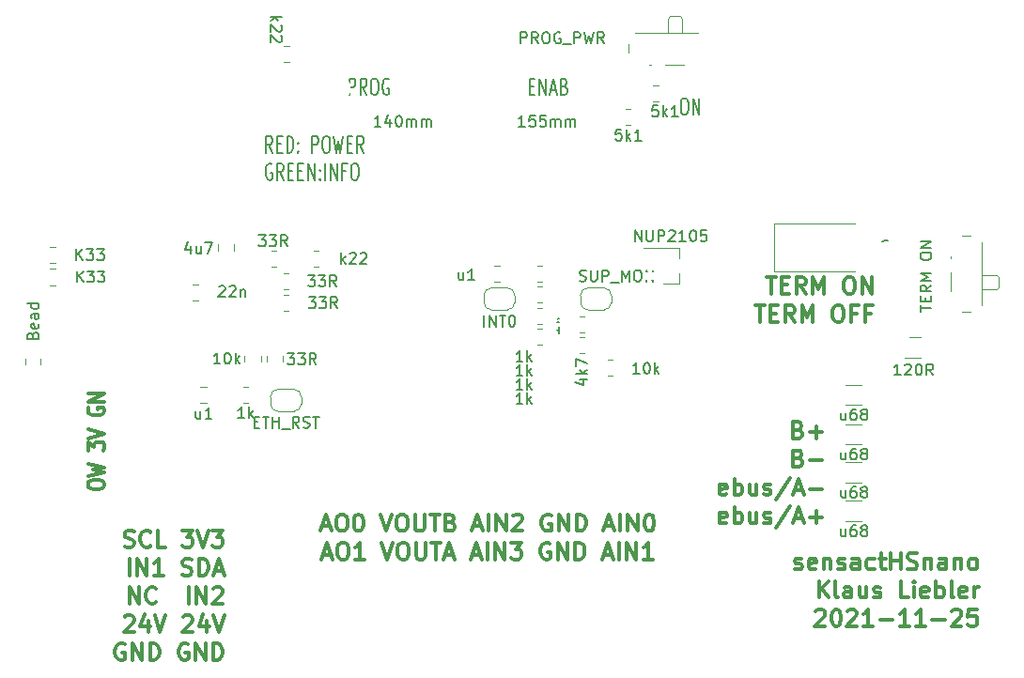
<source format=gto>
G04 #@! TF.GenerationSoftware,KiCad,Pcbnew,(5.1.8)-1*
G04 #@! TF.CreationDate,2021-11-27T09:49:30+01:00*
G04 #@! TF.ProjectId,sensactHsNano2,73656e73-6163-4744-9873-4e616e6f322e,rev?*
G04 #@! TF.SameCoordinates,Original*
G04 #@! TF.FileFunction,Legend,Top*
G04 #@! TF.FilePolarity,Positive*
%FSLAX46Y46*%
G04 Gerber Fmt 4.6, Leading zero omitted, Abs format (unit mm)*
G04 Created by KiCad (PCBNEW (5.1.8)-1) date 2021-11-27 09:49:30*
%MOMM*%
%LPD*%
G01*
G04 APERTURE LIST*
%ADD10C,0.300000*%
%ADD11C,0.150000*%
%ADD12C,0.200000*%
%ADD13C,0.120000*%
%ADD14O,1.700000X1.700000*%
%ADD15R,1.700000X1.700000*%
%ADD16O,1.000000X1.000000*%
%ADD17R,1.000000X1.000000*%
%ADD18O,2.000000X1.600000*%
%ADD19C,1.700000*%
%ADD20C,2.100000*%
%ADD21C,1.750000*%
%ADD22O,1.000000X1.600000*%
%ADD23C,0.650000*%
%ADD24O,1.000000X2.100000*%
%ADD25C,0.900000*%
%ADD26R,0.700000X2.000000*%
%ADD27R,2.000000X0.800000*%
%ADD28C,0.100000*%
%ADD29R,3.500000X2.300000*%
%ADD30R,1.398000X1.398000*%
%ADD31C,1.398000*%
%ADD32C,1.530000*%
%ADD33C,2.445000*%
%ADD34C,3.250000*%
%ADD35R,2.000000X0.700000*%
%ADD36R,0.800000X2.000000*%
%ADD37C,1.524000*%
%ADD38O,3.600000X1.800000*%
%ADD39C,2.000000*%
%ADD40R,1.900000X0.800000*%
G04 APERTURE END LIST*
D10*
X177590714Y-142557142D02*
X177733571Y-142628571D01*
X178019285Y-142628571D01*
X178162142Y-142557142D01*
X178233571Y-142414285D01*
X178233571Y-142342857D01*
X178162142Y-142200000D01*
X178019285Y-142128571D01*
X177805000Y-142128571D01*
X177662142Y-142057142D01*
X177590714Y-141914285D01*
X177590714Y-141842857D01*
X177662142Y-141700000D01*
X177805000Y-141628571D01*
X178019285Y-141628571D01*
X178162142Y-141700000D01*
X179447857Y-142557142D02*
X179305000Y-142628571D01*
X179019285Y-142628571D01*
X178876428Y-142557142D01*
X178805000Y-142414285D01*
X178805000Y-141842857D01*
X178876428Y-141700000D01*
X179019285Y-141628571D01*
X179305000Y-141628571D01*
X179447857Y-141700000D01*
X179519285Y-141842857D01*
X179519285Y-141985714D01*
X178805000Y-142128571D01*
X180162142Y-141628571D02*
X180162142Y-142628571D01*
X180162142Y-141771428D02*
X180233571Y-141700000D01*
X180376428Y-141628571D01*
X180590714Y-141628571D01*
X180733571Y-141700000D01*
X180805000Y-141842857D01*
X180805000Y-142628571D01*
X181447857Y-142557142D02*
X181590714Y-142628571D01*
X181876428Y-142628571D01*
X182019285Y-142557142D01*
X182090714Y-142414285D01*
X182090714Y-142342857D01*
X182019285Y-142200000D01*
X181876428Y-142128571D01*
X181662142Y-142128571D01*
X181519285Y-142057142D01*
X181447857Y-141914285D01*
X181447857Y-141842857D01*
X181519285Y-141700000D01*
X181662142Y-141628571D01*
X181876428Y-141628571D01*
X182019285Y-141700000D01*
X183376428Y-142628571D02*
X183376428Y-141842857D01*
X183305000Y-141700000D01*
X183162142Y-141628571D01*
X182876428Y-141628571D01*
X182733571Y-141700000D01*
X183376428Y-142557142D02*
X183233571Y-142628571D01*
X182876428Y-142628571D01*
X182733571Y-142557142D01*
X182662142Y-142414285D01*
X182662142Y-142271428D01*
X182733571Y-142128571D01*
X182876428Y-142057142D01*
X183233571Y-142057142D01*
X183376428Y-141985714D01*
X184733571Y-142557142D02*
X184590714Y-142628571D01*
X184305000Y-142628571D01*
X184162142Y-142557142D01*
X184090714Y-142485714D01*
X184019285Y-142342857D01*
X184019285Y-141914285D01*
X184090714Y-141771428D01*
X184162142Y-141700000D01*
X184305000Y-141628571D01*
X184590714Y-141628571D01*
X184733571Y-141700000D01*
X185162142Y-141628571D02*
X185733571Y-141628571D01*
X185376428Y-141128571D02*
X185376428Y-142414285D01*
X185447857Y-142557142D01*
X185590714Y-142628571D01*
X185733571Y-142628571D01*
X186233571Y-142628571D02*
X186233571Y-141128571D01*
X186233571Y-141842857D02*
X187090714Y-141842857D01*
X187090714Y-142628571D02*
X187090714Y-141128571D01*
X187733571Y-142557142D02*
X187947857Y-142628571D01*
X188305000Y-142628571D01*
X188447857Y-142557142D01*
X188519285Y-142485714D01*
X188590714Y-142342857D01*
X188590714Y-142200000D01*
X188519285Y-142057142D01*
X188447857Y-141985714D01*
X188305000Y-141914285D01*
X188019285Y-141842857D01*
X187876428Y-141771428D01*
X187805000Y-141700000D01*
X187733571Y-141557142D01*
X187733571Y-141414285D01*
X187805000Y-141271428D01*
X187876428Y-141200000D01*
X188019285Y-141128571D01*
X188376428Y-141128571D01*
X188590714Y-141200000D01*
X189233571Y-141628571D02*
X189233571Y-142628571D01*
X189233571Y-141771428D02*
X189305000Y-141700000D01*
X189447857Y-141628571D01*
X189662142Y-141628571D01*
X189805000Y-141700000D01*
X189876428Y-141842857D01*
X189876428Y-142628571D01*
X191233571Y-142628571D02*
X191233571Y-141842857D01*
X191162142Y-141700000D01*
X191019285Y-141628571D01*
X190733571Y-141628571D01*
X190590714Y-141700000D01*
X191233571Y-142557142D02*
X191090714Y-142628571D01*
X190733571Y-142628571D01*
X190590714Y-142557142D01*
X190519285Y-142414285D01*
X190519285Y-142271428D01*
X190590714Y-142128571D01*
X190733571Y-142057142D01*
X191090714Y-142057142D01*
X191233571Y-141985714D01*
X191947857Y-141628571D02*
X191947857Y-142628571D01*
X191947857Y-141771428D02*
X192019285Y-141700000D01*
X192162142Y-141628571D01*
X192376428Y-141628571D01*
X192519285Y-141700000D01*
X192590714Y-141842857D01*
X192590714Y-142628571D01*
X193519285Y-142628571D02*
X193376428Y-142557142D01*
X193305000Y-142485714D01*
X193233571Y-142342857D01*
X193233571Y-141914285D01*
X193305000Y-141771428D01*
X193376428Y-141700000D01*
X193519285Y-141628571D01*
X193733571Y-141628571D01*
X193876428Y-141700000D01*
X193947857Y-141771428D01*
X194019285Y-141914285D01*
X194019285Y-142342857D01*
X193947857Y-142485714D01*
X193876428Y-142557142D01*
X193733571Y-142628571D01*
X193519285Y-142628571D01*
X179733571Y-145178571D02*
X179733571Y-143678571D01*
X180590714Y-145178571D02*
X179947857Y-144321428D01*
X180590714Y-143678571D02*
X179733571Y-144535714D01*
X181447857Y-145178571D02*
X181305000Y-145107142D01*
X181233571Y-144964285D01*
X181233571Y-143678571D01*
X182662142Y-145178571D02*
X182662142Y-144392857D01*
X182590714Y-144250000D01*
X182447857Y-144178571D01*
X182162142Y-144178571D01*
X182019285Y-144250000D01*
X182662142Y-145107142D02*
X182519285Y-145178571D01*
X182162142Y-145178571D01*
X182019285Y-145107142D01*
X181947857Y-144964285D01*
X181947857Y-144821428D01*
X182019285Y-144678571D01*
X182162142Y-144607142D01*
X182519285Y-144607142D01*
X182662142Y-144535714D01*
X184019285Y-144178571D02*
X184019285Y-145178571D01*
X183376428Y-144178571D02*
X183376428Y-144964285D01*
X183447857Y-145107142D01*
X183590714Y-145178571D01*
X183805000Y-145178571D01*
X183947857Y-145107142D01*
X184019285Y-145035714D01*
X184662142Y-145107142D02*
X184805000Y-145178571D01*
X185090714Y-145178571D01*
X185233571Y-145107142D01*
X185305000Y-144964285D01*
X185305000Y-144892857D01*
X185233571Y-144750000D01*
X185090714Y-144678571D01*
X184876428Y-144678571D01*
X184733571Y-144607142D01*
X184662142Y-144464285D01*
X184662142Y-144392857D01*
X184733571Y-144250000D01*
X184876428Y-144178571D01*
X185090714Y-144178571D01*
X185233571Y-144250000D01*
X187805000Y-145178571D02*
X187090714Y-145178571D01*
X187090714Y-143678571D01*
X188305000Y-145178571D02*
X188305000Y-144178571D01*
X188305000Y-143678571D02*
X188233571Y-143750000D01*
X188305000Y-143821428D01*
X188376428Y-143750000D01*
X188305000Y-143678571D01*
X188305000Y-143821428D01*
X189590714Y-145107142D02*
X189447857Y-145178571D01*
X189162142Y-145178571D01*
X189019285Y-145107142D01*
X188947857Y-144964285D01*
X188947857Y-144392857D01*
X189019285Y-144250000D01*
X189162142Y-144178571D01*
X189447857Y-144178571D01*
X189590714Y-144250000D01*
X189662142Y-144392857D01*
X189662142Y-144535714D01*
X188947857Y-144678571D01*
X190305000Y-145178571D02*
X190305000Y-143678571D01*
X190305000Y-144250000D02*
X190447857Y-144178571D01*
X190733571Y-144178571D01*
X190876428Y-144250000D01*
X190947857Y-144321428D01*
X191019285Y-144464285D01*
X191019285Y-144892857D01*
X190947857Y-145035714D01*
X190876428Y-145107142D01*
X190733571Y-145178571D01*
X190447857Y-145178571D01*
X190305000Y-145107142D01*
X191876428Y-145178571D02*
X191733571Y-145107142D01*
X191662142Y-144964285D01*
X191662142Y-143678571D01*
X193019285Y-145107142D02*
X192876428Y-145178571D01*
X192590714Y-145178571D01*
X192447857Y-145107142D01*
X192376428Y-144964285D01*
X192376428Y-144392857D01*
X192447857Y-144250000D01*
X192590714Y-144178571D01*
X192876428Y-144178571D01*
X193019285Y-144250000D01*
X193090714Y-144392857D01*
X193090714Y-144535714D01*
X192376428Y-144678571D01*
X193733571Y-145178571D02*
X193733571Y-144178571D01*
X193733571Y-144464285D02*
X193805000Y-144321428D01*
X193876428Y-144250000D01*
X194019285Y-144178571D01*
X194162142Y-144178571D01*
X179447857Y-146371428D02*
X179519285Y-146300000D01*
X179662142Y-146228571D01*
X180019285Y-146228571D01*
X180162142Y-146300000D01*
X180233571Y-146371428D01*
X180305000Y-146514285D01*
X180305000Y-146657142D01*
X180233571Y-146871428D01*
X179376428Y-147728571D01*
X180305000Y-147728571D01*
X181233571Y-146228571D02*
X181376428Y-146228571D01*
X181519285Y-146300000D01*
X181590714Y-146371428D01*
X181662142Y-146514285D01*
X181733571Y-146800000D01*
X181733571Y-147157142D01*
X181662142Y-147442857D01*
X181590714Y-147585714D01*
X181519285Y-147657142D01*
X181376428Y-147728571D01*
X181233571Y-147728571D01*
X181090714Y-147657142D01*
X181019285Y-147585714D01*
X180947857Y-147442857D01*
X180876428Y-147157142D01*
X180876428Y-146800000D01*
X180947857Y-146514285D01*
X181019285Y-146371428D01*
X181090714Y-146300000D01*
X181233571Y-146228571D01*
X182305000Y-146371428D02*
X182376428Y-146300000D01*
X182519285Y-146228571D01*
X182876428Y-146228571D01*
X183019285Y-146300000D01*
X183090714Y-146371428D01*
X183162142Y-146514285D01*
X183162142Y-146657142D01*
X183090714Y-146871428D01*
X182233571Y-147728571D01*
X183162142Y-147728571D01*
X184590714Y-147728571D02*
X183733571Y-147728571D01*
X184162142Y-147728571D02*
X184162142Y-146228571D01*
X184019285Y-146442857D01*
X183876428Y-146585714D01*
X183733571Y-146657142D01*
X185233571Y-147157142D02*
X186376428Y-147157142D01*
X187876428Y-147728571D02*
X187019285Y-147728571D01*
X187447857Y-147728571D02*
X187447857Y-146228571D01*
X187305000Y-146442857D01*
X187162142Y-146585714D01*
X187019285Y-146657142D01*
X189305000Y-147728571D02*
X188447857Y-147728571D01*
X188876428Y-147728571D02*
X188876428Y-146228571D01*
X188733571Y-146442857D01*
X188590714Y-146585714D01*
X188447857Y-146657142D01*
X189947857Y-147157142D02*
X191090714Y-147157142D01*
X191733571Y-146371428D02*
X191805000Y-146300000D01*
X191947857Y-146228571D01*
X192305000Y-146228571D01*
X192447857Y-146300000D01*
X192519285Y-146371428D01*
X192590714Y-146514285D01*
X192590714Y-146657142D01*
X192519285Y-146871428D01*
X191662142Y-147728571D01*
X192590714Y-147728571D01*
X193947857Y-146228571D02*
X193233571Y-146228571D01*
X193162142Y-146942857D01*
X193233571Y-146871428D01*
X193376428Y-146800000D01*
X193733571Y-146800000D01*
X193876428Y-146871428D01*
X193947857Y-146942857D01*
X194019285Y-147085714D01*
X194019285Y-147442857D01*
X193947857Y-147585714D01*
X193876428Y-147657142D01*
X193733571Y-147728571D01*
X193376428Y-147728571D01*
X193233571Y-147657142D01*
X193162142Y-147585714D01*
D11*
X140250000Y-102702380D02*
X139678571Y-102702380D01*
X139964285Y-102702380D02*
X139964285Y-101702380D01*
X139869047Y-101845238D01*
X139773809Y-101940476D01*
X139678571Y-101988095D01*
X141107142Y-102035714D02*
X141107142Y-102702380D01*
X140869047Y-101654761D02*
X140630952Y-102369047D01*
X141250000Y-102369047D01*
X141821428Y-101702380D02*
X141916666Y-101702380D01*
X142011904Y-101750000D01*
X142059523Y-101797619D01*
X142107142Y-101892857D01*
X142154761Y-102083333D01*
X142154761Y-102321428D01*
X142107142Y-102511904D01*
X142059523Y-102607142D01*
X142011904Y-102654761D01*
X141916666Y-102702380D01*
X141821428Y-102702380D01*
X141726190Y-102654761D01*
X141678571Y-102607142D01*
X141630952Y-102511904D01*
X141583333Y-102321428D01*
X141583333Y-102083333D01*
X141630952Y-101892857D01*
X141678571Y-101797619D01*
X141726190Y-101750000D01*
X141821428Y-101702380D01*
X142583333Y-102702380D02*
X142583333Y-102035714D01*
X142583333Y-102130952D02*
X142630952Y-102083333D01*
X142726190Y-102035714D01*
X142869047Y-102035714D01*
X142964285Y-102083333D01*
X143011904Y-102178571D01*
X143011904Y-102702380D01*
X143011904Y-102178571D02*
X143059523Y-102083333D01*
X143154761Y-102035714D01*
X143297619Y-102035714D01*
X143392857Y-102083333D01*
X143440476Y-102178571D01*
X143440476Y-102702380D01*
X143916666Y-102702380D02*
X143916666Y-102035714D01*
X143916666Y-102130952D02*
X143964285Y-102083333D01*
X144059523Y-102035714D01*
X144202380Y-102035714D01*
X144297619Y-102083333D01*
X144345238Y-102178571D01*
X144345238Y-102702380D01*
X144345238Y-102178571D02*
X144392857Y-102083333D01*
X144488095Y-102035714D01*
X144630952Y-102035714D01*
X144726190Y-102083333D01*
X144773809Y-102178571D01*
X144773809Y-102702380D01*
X153250000Y-102702380D02*
X152678571Y-102702380D01*
X152964285Y-102702380D02*
X152964285Y-101702380D01*
X152869047Y-101845238D01*
X152773809Y-101940476D01*
X152678571Y-101988095D01*
X154154761Y-101702380D02*
X153678571Y-101702380D01*
X153630952Y-102178571D01*
X153678571Y-102130952D01*
X153773809Y-102083333D01*
X154011904Y-102083333D01*
X154107142Y-102130952D01*
X154154761Y-102178571D01*
X154202380Y-102273809D01*
X154202380Y-102511904D01*
X154154761Y-102607142D01*
X154107142Y-102654761D01*
X154011904Y-102702380D01*
X153773809Y-102702380D01*
X153678571Y-102654761D01*
X153630952Y-102607142D01*
X155107142Y-101702380D02*
X154630952Y-101702380D01*
X154583333Y-102178571D01*
X154630952Y-102130952D01*
X154726190Y-102083333D01*
X154964285Y-102083333D01*
X155059523Y-102130952D01*
X155107142Y-102178571D01*
X155154761Y-102273809D01*
X155154761Y-102511904D01*
X155107142Y-102607142D01*
X155059523Y-102654761D01*
X154964285Y-102702380D01*
X154726190Y-102702380D01*
X154630952Y-102654761D01*
X154583333Y-102607142D01*
X155583333Y-102702380D02*
X155583333Y-102035714D01*
X155583333Y-102130952D02*
X155630952Y-102083333D01*
X155726190Y-102035714D01*
X155869047Y-102035714D01*
X155964285Y-102083333D01*
X156011904Y-102178571D01*
X156011904Y-102702380D01*
X156011904Y-102178571D02*
X156059523Y-102083333D01*
X156154761Y-102035714D01*
X156297619Y-102035714D01*
X156392857Y-102083333D01*
X156440476Y-102178571D01*
X156440476Y-102702380D01*
X156916666Y-102702380D02*
X156916666Y-102035714D01*
X156916666Y-102130952D02*
X156964285Y-102083333D01*
X157059523Y-102035714D01*
X157202380Y-102035714D01*
X157297619Y-102083333D01*
X157345238Y-102178571D01*
X157345238Y-102702380D01*
X157345238Y-102178571D02*
X157392857Y-102083333D01*
X157488095Y-102035714D01*
X157630952Y-102035714D01*
X157726190Y-102083333D01*
X157773809Y-102178571D01*
X157773809Y-102702380D01*
D12*
X167528952Y-100143571D02*
X167719428Y-100143571D01*
X167814666Y-100215000D01*
X167909904Y-100357857D01*
X167957523Y-100643571D01*
X167957523Y-101143571D01*
X167909904Y-101429285D01*
X167814666Y-101572142D01*
X167719428Y-101643571D01*
X167528952Y-101643571D01*
X167433714Y-101572142D01*
X167338476Y-101429285D01*
X167290857Y-101143571D01*
X167290857Y-100643571D01*
X167338476Y-100357857D01*
X167433714Y-100215000D01*
X167528952Y-100143571D01*
X168386095Y-101643571D02*
X168386095Y-100143571D01*
X168957523Y-101643571D01*
X168957523Y-100143571D01*
X153654333Y-99079857D02*
X153987666Y-99079857D01*
X154130523Y-99865571D02*
X153654333Y-99865571D01*
X153654333Y-98365571D01*
X154130523Y-98365571D01*
X154559095Y-99865571D02*
X154559095Y-98365571D01*
X155130523Y-99865571D01*
X155130523Y-98365571D01*
X155559095Y-99437000D02*
X156035285Y-99437000D01*
X155463857Y-99865571D02*
X155797190Y-98365571D01*
X156130523Y-99865571D01*
X156797190Y-99079857D02*
X156940047Y-99151285D01*
X156987666Y-99222714D01*
X157035285Y-99365571D01*
X157035285Y-99579857D01*
X156987666Y-99722714D01*
X156940047Y-99794142D01*
X156844809Y-99865571D01*
X156463857Y-99865571D01*
X156463857Y-98365571D01*
X156797190Y-98365571D01*
X156892428Y-98437000D01*
X156940047Y-98508428D01*
X156987666Y-98651285D01*
X156987666Y-98794142D01*
X156940047Y-98937000D01*
X156892428Y-99008428D01*
X156797190Y-99079857D01*
X156463857Y-99079857D01*
X137406285Y-99865571D02*
X137406285Y-98365571D01*
X137787238Y-98365571D01*
X137882476Y-98437000D01*
X137930095Y-98508428D01*
X137977714Y-98651285D01*
X137977714Y-98865571D01*
X137930095Y-99008428D01*
X137882476Y-99079857D01*
X137787238Y-99151285D01*
X137406285Y-99151285D01*
X138977714Y-99865571D02*
X138644380Y-99151285D01*
X138406285Y-99865571D02*
X138406285Y-98365571D01*
X138787238Y-98365571D01*
X138882476Y-98437000D01*
X138930095Y-98508428D01*
X138977714Y-98651285D01*
X138977714Y-98865571D01*
X138930095Y-99008428D01*
X138882476Y-99079857D01*
X138787238Y-99151285D01*
X138406285Y-99151285D01*
X139596761Y-98365571D02*
X139787238Y-98365571D01*
X139882476Y-98437000D01*
X139977714Y-98579857D01*
X140025333Y-98865571D01*
X140025333Y-99365571D01*
X139977714Y-99651285D01*
X139882476Y-99794142D01*
X139787238Y-99865571D01*
X139596761Y-99865571D01*
X139501523Y-99794142D01*
X139406285Y-99651285D01*
X139358666Y-99365571D01*
X139358666Y-98865571D01*
X139406285Y-98579857D01*
X139501523Y-98437000D01*
X139596761Y-98365571D01*
X140977714Y-98437000D02*
X140882476Y-98365571D01*
X140739619Y-98365571D01*
X140596761Y-98437000D01*
X140501523Y-98579857D01*
X140453904Y-98722714D01*
X140406285Y-99008428D01*
X140406285Y-99222714D01*
X140453904Y-99508428D01*
X140501523Y-99651285D01*
X140596761Y-99794142D01*
X140739619Y-99865571D01*
X140834857Y-99865571D01*
X140977714Y-99794142D01*
X141025333Y-99722714D01*
X141025333Y-99222714D01*
X140834857Y-99222714D01*
D10*
X134959214Y-138738500D02*
X135673500Y-138738500D01*
X134816357Y-139167071D02*
X135316357Y-137667071D01*
X135816357Y-139167071D01*
X136602071Y-137667071D02*
X136887785Y-137667071D01*
X137030642Y-137738500D01*
X137173500Y-137881357D01*
X137244928Y-138167071D01*
X137244928Y-138667071D01*
X137173500Y-138952785D01*
X137030642Y-139095642D01*
X136887785Y-139167071D01*
X136602071Y-139167071D01*
X136459214Y-139095642D01*
X136316357Y-138952785D01*
X136244928Y-138667071D01*
X136244928Y-138167071D01*
X136316357Y-137881357D01*
X136459214Y-137738500D01*
X136602071Y-137667071D01*
X138173500Y-137667071D02*
X138316357Y-137667071D01*
X138459214Y-137738500D01*
X138530642Y-137809928D01*
X138602071Y-137952785D01*
X138673500Y-138238500D01*
X138673500Y-138595642D01*
X138602071Y-138881357D01*
X138530642Y-139024214D01*
X138459214Y-139095642D01*
X138316357Y-139167071D01*
X138173500Y-139167071D01*
X138030642Y-139095642D01*
X137959214Y-139024214D01*
X137887785Y-138881357D01*
X137816357Y-138595642D01*
X137816357Y-138238500D01*
X137887785Y-137952785D01*
X137959214Y-137809928D01*
X138030642Y-137738500D01*
X138173500Y-137667071D01*
X140244928Y-137667071D02*
X140744928Y-139167071D01*
X141244928Y-137667071D01*
X142030642Y-137667071D02*
X142316357Y-137667071D01*
X142459214Y-137738500D01*
X142602071Y-137881357D01*
X142673500Y-138167071D01*
X142673500Y-138667071D01*
X142602071Y-138952785D01*
X142459214Y-139095642D01*
X142316357Y-139167071D01*
X142030642Y-139167071D01*
X141887785Y-139095642D01*
X141744928Y-138952785D01*
X141673500Y-138667071D01*
X141673500Y-138167071D01*
X141744928Y-137881357D01*
X141887785Y-137738500D01*
X142030642Y-137667071D01*
X143316357Y-137667071D02*
X143316357Y-138881357D01*
X143387785Y-139024214D01*
X143459214Y-139095642D01*
X143602071Y-139167071D01*
X143887785Y-139167071D01*
X144030642Y-139095642D01*
X144102071Y-139024214D01*
X144173500Y-138881357D01*
X144173500Y-137667071D01*
X144673500Y-137667071D02*
X145530642Y-137667071D01*
X145102071Y-139167071D02*
X145102071Y-137667071D01*
X146530642Y-138381357D02*
X146744928Y-138452785D01*
X146816357Y-138524214D01*
X146887785Y-138667071D01*
X146887785Y-138881357D01*
X146816357Y-139024214D01*
X146744928Y-139095642D01*
X146602071Y-139167071D01*
X146030642Y-139167071D01*
X146030642Y-137667071D01*
X146530642Y-137667071D01*
X146673500Y-137738500D01*
X146744928Y-137809928D01*
X146816357Y-137952785D01*
X146816357Y-138095642D01*
X146744928Y-138238500D01*
X146673500Y-138309928D01*
X146530642Y-138381357D01*
X146030642Y-138381357D01*
X148602071Y-138738500D02*
X149316357Y-138738500D01*
X148459214Y-139167071D02*
X148959214Y-137667071D01*
X149459214Y-139167071D01*
X149959214Y-139167071D02*
X149959214Y-137667071D01*
X150673500Y-139167071D02*
X150673500Y-137667071D01*
X151530642Y-139167071D01*
X151530642Y-137667071D01*
X152173500Y-137809928D02*
X152244928Y-137738500D01*
X152387785Y-137667071D01*
X152744928Y-137667071D01*
X152887785Y-137738500D01*
X152959214Y-137809928D01*
X153030642Y-137952785D01*
X153030642Y-138095642D01*
X152959214Y-138309928D01*
X152102071Y-139167071D01*
X153030642Y-139167071D01*
X155602071Y-137738500D02*
X155459214Y-137667071D01*
X155244928Y-137667071D01*
X155030642Y-137738500D01*
X154887785Y-137881357D01*
X154816357Y-138024214D01*
X154744928Y-138309928D01*
X154744928Y-138524214D01*
X154816357Y-138809928D01*
X154887785Y-138952785D01*
X155030642Y-139095642D01*
X155244928Y-139167071D01*
X155387785Y-139167071D01*
X155602071Y-139095642D01*
X155673500Y-139024214D01*
X155673500Y-138524214D01*
X155387785Y-138524214D01*
X156316357Y-139167071D02*
X156316357Y-137667071D01*
X157173500Y-139167071D01*
X157173500Y-137667071D01*
X157887785Y-139167071D02*
X157887785Y-137667071D01*
X158244928Y-137667071D01*
X158459214Y-137738500D01*
X158602071Y-137881357D01*
X158673500Y-138024214D01*
X158744928Y-138309928D01*
X158744928Y-138524214D01*
X158673500Y-138809928D01*
X158602071Y-138952785D01*
X158459214Y-139095642D01*
X158244928Y-139167071D01*
X157887785Y-139167071D01*
X160459214Y-138738500D02*
X161173500Y-138738500D01*
X160316357Y-139167071D02*
X160816357Y-137667071D01*
X161316357Y-139167071D01*
X161816357Y-139167071D02*
X161816357Y-137667071D01*
X162530642Y-139167071D02*
X162530642Y-137667071D01*
X163387785Y-139167071D01*
X163387785Y-137667071D01*
X164387785Y-137667071D02*
X164530642Y-137667071D01*
X164673500Y-137738500D01*
X164744928Y-137809928D01*
X164816357Y-137952785D01*
X164887785Y-138238500D01*
X164887785Y-138595642D01*
X164816357Y-138881357D01*
X164744928Y-139024214D01*
X164673500Y-139095642D01*
X164530642Y-139167071D01*
X164387785Y-139167071D01*
X164244928Y-139095642D01*
X164173500Y-139024214D01*
X164102071Y-138881357D01*
X164030642Y-138595642D01*
X164030642Y-138238500D01*
X164102071Y-137952785D01*
X164173500Y-137809928D01*
X164244928Y-137738500D01*
X164387785Y-137667071D01*
X135066357Y-141288500D02*
X135780642Y-141288500D01*
X134923500Y-141717071D02*
X135423500Y-140217071D01*
X135923500Y-141717071D01*
X136709214Y-140217071D02*
X136994928Y-140217071D01*
X137137785Y-140288500D01*
X137280642Y-140431357D01*
X137352071Y-140717071D01*
X137352071Y-141217071D01*
X137280642Y-141502785D01*
X137137785Y-141645642D01*
X136994928Y-141717071D01*
X136709214Y-141717071D01*
X136566357Y-141645642D01*
X136423500Y-141502785D01*
X136352071Y-141217071D01*
X136352071Y-140717071D01*
X136423500Y-140431357D01*
X136566357Y-140288500D01*
X136709214Y-140217071D01*
X138780642Y-141717071D02*
X137923500Y-141717071D01*
X138352071Y-141717071D02*
X138352071Y-140217071D01*
X138209214Y-140431357D01*
X138066357Y-140574214D01*
X137923500Y-140645642D01*
X140352071Y-140217071D02*
X140852071Y-141717071D01*
X141352071Y-140217071D01*
X142137785Y-140217071D02*
X142423500Y-140217071D01*
X142566357Y-140288500D01*
X142709214Y-140431357D01*
X142780642Y-140717071D01*
X142780642Y-141217071D01*
X142709214Y-141502785D01*
X142566357Y-141645642D01*
X142423500Y-141717071D01*
X142137785Y-141717071D01*
X141994928Y-141645642D01*
X141852071Y-141502785D01*
X141780642Y-141217071D01*
X141780642Y-140717071D01*
X141852071Y-140431357D01*
X141994928Y-140288500D01*
X142137785Y-140217071D01*
X143423500Y-140217071D02*
X143423500Y-141431357D01*
X143494928Y-141574214D01*
X143566357Y-141645642D01*
X143709214Y-141717071D01*
X143994928Y-141717071D01*
X144137785Y-141645642D01*
X144209214Y-141574214D01*
X144280642Y-141431357D01*
X144280642Y-140217071D01*
X144780642Y-140217071D02*
X145637785Y-140217071D01*
X145209214Y-141717071D02*
X145209214Y-140217071D01*
X146066357Y-141288500D02*
X146780642Y-141288500D01*
X145923500Y-141717071D02*
X146423500Y-140217071D01*
X146923500Y-141717071D01*
X148494928Y-141288500D02*
X149209214Y-141288500D01*
X148352071Y-141717071D02*
X148852071Y-140217071D01*
X149352071Y-141717071D01*
X149852071Y-141717071D02*
X149852071Y-140217071D01*
X150566357Y-141717071D02*
X150566357Y-140217071D01*
X151423500Y-141717071D01*
X151423500Y-140217071D01*
X151994928Y-140217071D02*
X152923500Y-140217071D01*
X152423500Y-140788500D01*
X152637785Y-140788500D01*
X152780642Y-140859928D01*
X152852071Y-140931357D01*
X152923500Y-141074214D01*
X152923500Y-141431357D01*
X152852071Y-141574214D01*
X152780642Y-141645642D01*
X152637785Y-141717071D01*
X152209214Y-141717071D01*
X152066357Y-141645642D01*
X151994928Y-141574214D01*
X155494928Y-140288500D02*
X155352071Y-140217071D01*
X155137785Y-140217071D01*
X154923500Y-140288500D01*
X154780642Y-140431357D01*
X154709214Y-140574214D01*
X154637785Y-140859928D01*
X154637785Y-141074214D01*
X154709214Y-141359928D01*
X154780642Y-141502785D01*
X154923500Y-141645642D01*
X155137785Y-141717071D01*
X155280642Y-141717071D01*
X155494928Y-141645642D01*
X155566357Y-141574214D01*
X155566357Y-141074214D01*
X155280642Y-141074214D01*
X156209214Y-141717071D02*
X156209214Y-140217071D01*
X157066357Y-141717071D01*
X157066357Y-140217071D01*
X157780642Y-141717071D02*
X157780642Y-140217071D01*
X158137785Y-140217071D01*
X158352071Y-140288500D01*
X158494928Y-140431357D01*
X158566357Y-140574214D01*
X158637785Y-140859928D01*
X158637785Y-141074214D01*
X158566357Y-141359928D01*
X158494928Y-141502785D01*
X158352071Y-141645642D01*
X158137785Y-141717071D01*
X157780642Y-141717071D01*
X160352071Y-141288500D02*
X161066357Y-141288500D01*
X160209214Y-141717071D02*
X160709214Y-140217071D01*
X161209214Y-141717071D01*
X161709214Y-141717071D02*
X161709214Y-140217071D01*
X162423500Y-141717071D02*
X162423500Y-140217071D01*
X163280642Y-141717071D01*
X163280642Y-140217071D01*
X164780642Y-141717071D02*
X163923500Y-141717071D01*
X164352071Y-141717071D02*
X164352071Y-140217071D01*
X164209214Y-140431357D01*
X164066357Y-140574214D01*
X163923500Y-140645642D01*
X177899000Y-130052857D02*
X178113285Y-130124285D01*
X178184714Y-130195714D01*
X178256142Y-130338571D01*
X178256142Y-130552857D01*
X178184714Y-130695714D01*
X178113285Y-130767142D01*
X177970428Y-130838571D01*
X177399000Y-130838571D01*
X177399000Y-129338571D01*
X177899000Y-129338571D01*
X178041857Y-129410000D01*
X178113285Y-129481428D01*
X178184714Y-129624285D01*
X178184714Y-129767142D01*
X178113285Y-129910000D01*
X178041857Y-129981428D01*
X177899000Y-130052857D01*
X177399000Y-130052857D01*
X178899000Y-130267142D02*
X180041857Y-130267142D01*
X179470428Y-130838571D02*
X179470428Y-129695714D01*
X177899000Y-132602857D02*
X178113285Y-132674285D01*
X178184714Y-132745714D01*
X178256142Y-132888571D01*
X178256142Y-133102857D01*
X178184714Y-133245714D01*
X178113285Y-133317142D01*
X177970428Y-133388571D01*
X177399000Y-133388571D01*
X177399000Y-131888571D01*
X177899000Y-131888571D01*
X178041857Y-131960000D01*
X178113285Y-132031428D01*
X178184714Y-132174285D01*
X178184714Y-132317142D01*
X178113285Y-132460000D01*
X178041857Y-132531428D01*
X177899000Y-132602857D01*
X177399000Y-132602857D01*
X178899000Y-132817142D02*
X180041857Y-132817142D01*
X171399000Y-135867142D02*
X171256142Y-135938571D01*
X170970428Y-135938571D01*
X170827571Y-135867142D01*
X170756142Y-135724285D01*
X170756142Y-135152857D01*
X170827571Y-135010000D01*
X170970428Y-134938571D01*
X171256142Y-134938571D01*
X171399000Y-135010000D01*
X171470428Y-135152857D01*
X171470428Y-135295714D01*
X170756142Y-135438571D01*
X172113285Y-135938571D02*
X172113285Y-134438571D01*
X172113285Y-135010000D02*
X172256142Y-134938571D01*
X172541857Y-134938571D01*
X172684714Y-135010000D01*
X172756142Y-135081428D01*
X172827571Y-135224285D01*
X172827571Y-135652857D01*
X172756142Y-135795714D01*
X172684714Y-135867142D01*
X172541857Y-135938571D01*
X172256142Y-135938571D01*
X172113285Y-135867142D01*
X174113285Y-134938571D02*
X174113285Y-135938571D01*
X173470428Y-134938571D02*
X173470428Y-135724285D01*
X173541857Y-135867142D01*
X173684714Y-135938571D01*
X173899000Y-135938571D01*
X174041857Y-135867142D01*
X174113285Y-135795714D01*
X174756142Y-135867142D02*
X174899000Y-135938571D01*
X175184714Y-135938571D01*
X175327571Y-135867142D01*
X175399000Y-135724285D01*
X175399000Y-135652857D01*
X175327571Y-135510000D01*
X175184714Y-135438571D01*
X174970428Y-135438571D01*
X174827571Y-135367142D01*
X174756142Y-135224285D01*
X174756142Y-135152857D01*
X174827571Y-135010000D01*
X174970428Y-134938571D01*
X175184714Y-134938571D01*
X175327571Y-135010000D01*
X177113285Y-134367142D02*
X175827571Y-136295714D01*
X177541857Y-135510000D02*
X178256142Y-135510000D01*
X177399000Y-135938571D02*
X177899000Y-134438571D01*
X178399000Y-135938571D01*
X178899000Y-135367142D02*
X180041857Y-135367142D01*
X171399000Y-138417142D02*
X171256142Y-138488571D01*
X170970428Y-138488571D01*
X170827571Y-138417142D01*
X170756142Y-138274285D01*
X170756142Y-137702857D01*
X170827571Y-137560000D01*
X170970428Y-137488571D01*
X171256142Y-137488571D01*
X171399000Y-137560000D01*
X171470428Y-137702857D01*
X171470428Y-137845714D01*
X170756142Y-137988571D01*
X172113285Y-138488571D02*
X172113285Y-136988571D01*
X172113285Y-137560000D02*
X172256142Y-137488571D01*
X172541857Y-137488571D01*
X172684714Y-137560000D01*
X172756142Y-137631428D01*
X172827571Y-137774285D01*
X172827571Y-138202857D01*
X172756142Y-138345714D01*
X172684714Y-138417142D01*
X172541857Y-138488571D01*
X172256142Y-138488571D01*
X172113285Y-138417142D01*
X174113285Y-137488571D02*
X174113285Y-138488571D01*
X173470428Y-137488571D02*
X173470428Y-138274285D01*
X173541857Y-138417142D01*
X173684714Y-138488571D01*
X173899000Y-138488571D01*
X174041857Y-138417142D01*
X174113285Y-138345714D01*
X174756142Y-138417142D02*
X174899000Y-138488571D01*
X175184714Y-138488571D01*
X175327571Y-138417142D01*
X175399000Y-138274285D01*
X175399000Y-138202857D01*
X175327571Y-138060000D01*
X175184714Y-137988571D01*
X174970428Y-137988571D01*
X174827571Y-137917142D01*
X174756142Y-137774285D01*
X174756142Y-137702857D01*
X174827571Y-137560000D01*
X174970428Y-137488571D01*
X175184714Y-137488571D01*
X175327571Y-137560000D01*
X177113285Y-136917142D02*
X175827571Y-138845714D01*
X177541857Y-138060000D02*
X178256142Y-138060000D01*
X177399000Y-138488571D02*
X177899000Y-136988571D01*
X178399000Y-138488571D01*
X178899000Y-137917142D02*
X180041857Y-137917142D01*
X179470428Y-138488571D02*
X179470428Y-137345714D01*
X174986857Y-116267571D02*
X175844000Y-116267571D01*
X175415428Y-117767571D02*
X175415428Y-116267571D01*
X176344000Y-116981857D02*
X176844000Y-116981857D01*
X177058285Y-117767571D02*
X176344000Y-117767571D01*
X176344000Y-116267571D01*
X177058285Y-116267571D01*
X178558285Y-117767571D02*
X178058285Y-117053285D01*
X177701142Y-117767571D02*
X177701142Y-116267571D01*
X178272571Y-116267571D01*
X178415428Y-116339000D01*
X178486857Y-116410428D01*
X178558285Y-116553285D01*
X178558285Y-116767571D01*
X178486857Y-116910428D01*
X178415428Y-116981857D01*
X178272571Y-117053285D01*
X177701142Y-117053285D01*
X179201142Y-117767571D02*
X179201142Y-116267571D01*
X179701142Y-117339000D01*
X180201142Y-116267571D01*
X180201142Y-117767571D01*
X182344000Y-116267571D02*
X182629714Y-116267571D01*
X182772571Y-116339000D01*
X182915428Y-116481857D01*
X182986857Y-116767571D01*
X182986857Y-117267571D01*
X182915428Y-117553285D01*
X182772571Y-117696142D01*
X182629714Y-117767571D01*
X182344000Y-117767571D01*
X182201142Y-117696142D01*
X182058285Y-117553285D01*
X181986857Y-117267571D01*
X181986857Y-116767571D01*
X182058285Y-116481857D01*
X182201142Y-116339000D01*
X182344000Y-116267571D01*
X183629714Y-117767571D02*
X183629714Y-116267571D01*
X184486857Y-117767571D01*
X184486857Y-116267571D01*
X173986857Y-118817571D02*
X174844000Y-118817571D01*
X174415428Y-120317571D02*
X174415428Y-118817571D01*
X175344000Y-119531857D02*
X175844000Y-119531857D01*
X176058285Y-120317571D02*
X175344000Y-120317571D01*
X175344000Y-118817571D01*
X176058285Y-118817571D01*
X177558285Y-120317571D02*
X177058285Y-119603285D01*
X176701142Y-120317571D02*
X176701142Y-118817571D01*
X177272571Y-118817571D01*
X177415428Y-118889000D01*
X177486857Y-118960428D01*
X177558285Y-119103285D01*
X177558285Y-119317571D01*
X177486857Y-119460428D01*
X177415428Y-119531857D01*
X177272571Y-119603285D01*
X176701142Y-119603285D01*
X178201142Y-120317571D02*
X178201142Y-118817571D01*
X178701142Y-119889000D01*
X179201142Y-118817571D01*
X179201142Y-120317571D01*
X181344000Y-118817571D02*
X181629714Y-118817571D01*
X181772571Y-118889000D01*
X181915428Y-119031857D01*
X181986857Y-119317571D01*
X181986857Y-119817571D01*
X181915428Y-120103285D01*
X181772571Y-120246142D01*
X181629714Y-120317571D01*
X181344000Y-120317571D01*
X181201142Y-120246142D01*
X181058285Y-120103285D01*
X180986857Y-119817571D01*
X180986857Y-119317571D01*
X181058285Y-119031857D01*
X181201142Y-118889000D01*
X181344000Y-118817571D01*
X183129714Y-119531857D02*
X182629714Y-119531857D01*
X182629714Y-120317571D02*
X182629714Y-118817571D01*
X183344000Y-118817571D01*
X184415428Y-119531857D02*
X183915428Y-119531857D01*
X183915428Y-120317571D02*
X183915428Y-118817571D01*
X184629714Y-118817571D01*
X113859571Y-135092571D02*
X113859571Y-134864000D01*
X113931000Y-134749714D01*
X114073857Y-134635428D01*
X114359571Y-134578285D01*
X114859571Y-134578285D01*
X115145285Y-134635428D01*
X115288142Y-134749714D01*
X115359571Y-134864000D01*
X115359571Y-135092571D01*
X115288142Y-135206857D01*
X115145285Y-135321142D01*
X114859571Y-135378285D01*
X114359571Y-135378285D01*
X114073857Y-135321142D01*
X113931000Y-135206857D01*
X113859571Y-135092571D01*
X113859571Y-134178285D02*
X115359571Y-133892571D01*
X114288142Y-133663999D01*
X115359571Y-133435428D01*
X113859571Y-133149714D01*
X113859571Y-131892571D02*
X113859571Y-131149714D01*
X114431000Y-131549714D01*
X114431000Y-131378285D01*
X114502428Y-131264000D01*
X114573857Y-131206857D01*
X114716714Y-131149714D01*
X115073857Y-131149714D01*
X115216714Y-131206857D01*
X115288142Y-131264000D01*
X115359571Y-131378285D01*
X115359571Y-131721142D01*
X115288142Y-131835428D01*
X115216714Y-131892571D01*
X113859571Y-130806857D02*
X115359571Y-130406857D01*
X113859571Y-130006857D01*
X113931000Y-128063999D02*
X113859571Y-128178285D01*
X113859571Y-128349714D01*
X113931000Y-128521142D01*
X114073857Y-128635428D01*
X114216714Y-128692571D01*
X114502428Y-128749714D01*
X114716714Y-128749714D01*
X115002428Y-128692571D01*
X115145285Y-128635428D01*
X115288142Y-128521142D01*
X115359571Y-128349714D01*
X115359571Y-128235428D01*
X115288142Y-128063999D01*
X115216714Y-128006857D01*
X114716714Y-128006857D01*
X114716714Y-128235428D01*
X115359571Y-127492571D02*
X113859571Y-127492571D01*
X115359571Y-126806857D01*
X113859571Y-126806857D01*
X117154142Y-140541142D02*
X117368428Y-140612571D01*
X117725571Y-140612571D01*
X117868428Y-140541142D01*
X117939857Y-140469714D01*
X118011285Y-140326857D01*
X118011285Y-140184000D01*
X117939857Y-140041142D01*
X117868428Y-139969714D01*
X117725571Y-139898285D01*
X117439857Y-139826857D01*
X117297000Y-139755428D01*
X117225571Y-139684000D01*
X117154142Y-139541142D01*
X117154142Y-139398285D01*
X117225571Y-139255428D01*
X117297000Y-139184000D01*
X117439857Y-139112571D01*
X117797000Y-139112571D01*
X118011285Y-139184000D01*
X119511285Y-140469714D02*
X119439857Y-140541142D01*
X119225571Y-140612571D01*
X119082714Y-140612571D01*
X118868428Y-140541142D01*
X118725571Y-140398285D01*
X118654142Y-140255428D01*
X118582714Y-139969714D01*
X118582714Y-139755428D01*
X118654142Y-139469714D01*
X118725571Y-139326857D01*
X118868428Y-139184000D01*
X119082714Y-139112571D01*
X119225571Y-139112571D01*
X119439857Y-139184000D01*
X119511285Y-139255428D01*
X120868428Y-140612571D02*
X120154142Y-140612571D01*
X120154142Y-139112571D01*
X122368428Y-139112571D02*
X123297000Y-139112571D01*
X122797000Y-139684000D01*
X123011285Y-139684000D01*
X123154142Y-139755428D01*
X123225571Y-139826857D01*
X123297000Y-139969714D01*
X123297000Y-140326857D01*
X123225571Y-140469714D01*
X123154142Y-140541142D01*
X123011285Y-140612571D01*
X122582714Y-140612571D01*
X122439857Y-140541142D01*
X122368428Y-140469714D01*
X123725571Y-139112571D02*
X124225571Y-140612571D01*
X124725571Y-139112571D01*
X125082714Y-139112571D02*
X126011285Y-139112571D01*
X125511285Y-139684000D01*
X125725571Y-139684000D01*
X125868428Y-139755428D01*
X125939857Y-139826857D01*
X126011285Y-139969714D01*
X126011285Y-140326857D01*
X125939857Y-140469714D01*
X125868428Y-140541142D01*
X125725571Y-140612571D01*
X125297000Y-140612571D01*
X125154142Y-140541142D01*
X125082714Y-140469714D01*
X117582714Y-143162571D02*
X117582714Y-141662571D01*
X118297000Y-143162571D02*
X118297000Y-141662571D01*
X119154142Y-143162571D01*
X119154142Y-141662571D01*
X120654142Y-143162571D02*
X119797000Y-143162571D01*
X120225571Y-143162571D02*
X120225571Y-141662571D01*
X120082714Y-141876857D01*
X119939857Y-142019714D01*
X119797000Y-142091142D01*
X122368428Y-143091142D02*
X122582714Y-143162571D01*
X122939857Y-143162571D01*
X123082714Y-143091142D01*
X123154142Y-143019714D01*
X123225571Y-142876857D01*
X123225571Y-142734000D01*
X123154142Y-142591142D01*
X123082714Y-142519714D01*
X122939857Y-142448285D01*
X122654142Y-142376857D01*
X122511285Y-142305428D01*
X122439857Y-142234000D01*
X122368428Y-142091142D01*
X122368428Y-141948285D01*
X122439857Y-141805428D01*
X122511285Y-141734000D01*
X122654142Y-141662571D01*
X123011285Y-141662571D01*
X123225571Y-141734000D01*
X123868428Y-143162571D02*
X123868428Y-141662571D01*
X124225571Y-141662571D01*
X124439857Y-141734000D01*
X124582714Y-141876857D01*
X124654142Y-142019714D01*
X124725571Y-142305428D01*
X124725571Y-142519714D01*
X124654142Y-142805428D01*
X124582714Y-142948285D01*
X124439857Y-143091142D01*
X124225571Y-143162571D01*
X123868428Y-143162571D01*
X125297000Y-142734000D02*
X126011285Y-142734000D01*
X125154142Y-143162571D02*
X125654142Y-141662571D01*
X126154142Y-143162571D01*
X117582714Y-145712571D02*
X117582714Y-144212571D01*
X118439857Y-145712571D01*
X118439857Y-144212571D01*
X120011285Y-145569714D02*
X119939857Y-145641142D01*
X119725571Y-145712571D01*
X119582714Y-145712571D01*
X119368428Y-145641142D01*
X119225571Y-145498285D01*
X119154142Y-145355428D01*
X119082714Y-145069714D01*
X119082714Y-144855428D01*
X119154142Y-144569714D01*
X119225571Y-144426857D01*
X119368428Y-144284000D01*
X119582714Y-144212571D01*
X119725571Y-144212571D01*
X119939857Y-144284000D01*
X120011285Y-144355428D01*
X122939857Y-145712571D02*
X122939857Y-144212571D01*
X123654142Y-145712571D02*
X123654142Y-144212571D01*
X124511285Y-145712571D01*
X124511285Y-144212571D01*
X125154142Y-144355428D02*
X125225571Y-144284000D01*
X125368428Y-144212571D01*
X125725571Y-144212571D01*
X125868428Y-144284000D01*
X125939857Y-144355428D01*
X126011285Y-144498285D01*
X126011285Y-144641142D01*
X125939857Y-144855428D01*
X125082714Y-145712571D01*
X126011285Y-145712571D01*
X117154142Y-146905428D02*
X117225571Y-146834000D01*
X117368428Y-146762571D01*
X117725571Y-146762571D01*
X117868428Y-146834000D01*
X117939857Y-146905428D01*
X118011285Y-147048285D01*
X118011285Y-147191142D01*
X117939857Y-147405428D01*
X117082714Y-148262571D01*
X118011285Y-148262571D01*
X119297000Y-147262571D02*
X119297000Y-148262571D01*
X118939857Y-146691142D02*
X118582714Y-147762571D01*
X119511285Y-147762571D01*
X119868428Y-146762571D02*
X120368428Y-148262571D01*
X120868428Y-146762571D01*
X122439857Y-146905428D02*
X122511285Y-146834000D01*
X122654142Y-146762571D01*
X123011285Y-146762571D01*
X123154142Y-146834000D01*
X123225571Y-146905428D01*
X123297000Y-147048285D01*
X123297000Y-147191142D01*
X123225571Y-147405428D01*
X122368428Y-148262571D01*
X123297000Y-148262571D01*
X124582714Y-147262571D02*
X124582714Y-148262571D01*
X124225571Y-146691142D02*
X123868428Y-147762571D01*
X124797000Y-147762571D01*
X125154142Y-146762571D02*
X125654142Y-148262571D01*
X126154142Y-146762571D01*
X117154142Y-149384000D02*
X117011285Y-149312571D01*
X116797000Y-149312571D01*
X116582714Y-149384000D01*
X116439857Y-149526857D01*
X116368428Y-149669714D01*
X116297000Y-149955428D01*
X116297000Y-150169714D01*
X116368428Y-150455428D01*
X116439857Y-150598285D01*
X116582714Y-150741142D01*
X116797000Y-150812571D01*
X116939857Y-150812571D01*
X117154142Y-150741142D01*
X117225571Y-150669714D01*
X117225571Y-150169714D01*
X116939857Y-150169714D01*
X117868428Y-150812571D02*
X117868428Y-149312571D01*
X118725571Y-150812571D01*
X118725571Y-149312571D01*
X119439857Y-150812571D02*
X119439857Y-149312571D01*
X119797000Y-149312571D01*
X120011285Y-149384000D01*
X120154142Y-149526857D01*
X120225571Y-149669714D01*
X120297000Y-149955428D01*
X120297000Y-150169714D01*
X120225571Y-150455428D01*
X120154142Y-150598285D01*
X120011285Y-150741142D01*
X119797000Y-150812571D01*
X119439857Y-150812571D01*
X122868428Y-149384000D02*
X122725571Y-149312571D01*
X122511285Y-149312571D01*
X122297000Y-149384000D01*
X122154142Y-149526857D01*
X122082714Y-149669714D01*
X122011285Y-149955428D01*
X122011285Y-150169714D01*
X122082714Y-150455428D01*
X122154142Y-150598285D01*
X122297000Y-150741142D01*
X122511285Y-150812571D01*
X122654142Y-150812571D01*
X122868428Y-150741142D01*
X122939857Y-150669714D01*
X122939857Y-150169714D01*
X122654142Y-150169714D01*
X123582714Y-150812571D02*
X123582714Y-149312571D01*
X124439857Y-150812571D01*
X124439857Y-149312571D01*
X125154142Y-150812571D02*
X125154142Y-149312571D01*
X125511285Y-149312571D01*
X125725571Y-149384000D01*
X125868428Y-149526857D01*
X125939857Y-149669714D01*
X126011285Y-149955428D01*
X126011285Y-150169714D01*
X125939857Y-150455428D01*
X125868428Y-150598285D01*
X125725571Y-150741142D01*
X125511285Y-150812571D01*
X125154142Y-150812571D01*
D12*
X130479523Y-105054071D02*
X130146190Y-104339785D01*
X129908095Y-105054071D02*
X129908095Y-103554071D01*
X130289047Y-103554071D01*
X130384285Y-103625500D01*
X130431904Y-103696928D01*
X130479523Y-103839785D01*
X130479523Y-104054071D01*
X130431904Y-104196928D01*
X130384285Y-104268357D01*
X130289047Y-104339785D01*
X129908095Y-104339785D01*
X130908095Y-104268357D02*
X131241428Y-104268357D01*
X131384285Y-105054071D02*
X130908095Y-105054071D01*
X130908095Y-103554071D01*
X131384285Y-103554071D01*
X131812857Y-105054071D02*
X131812857Y-103554071D01*
X132050952Y-103554071D01*
X132193809Y-103625500D01*
X132289047Y-103768357D01*
X132336666Y-103911214D01*
X132384285Y-104196928D01*
X132384285Y-104411214D01*
X132336666Y-104696928D01*
X132289047Y-104839785D01*
X132193809Y-104982642D01*
X132050952Y-105054071D01*
X131812857Y-105054071D01*
X132812857Y-104911214D02*
X132860476Y-104982642D01*
X132812857Y-105054071D01*
X132765238Y-104982642D01*
X132812857Y-104911214D01*
X132812857Y-105054071D01*
X132812857Y-104125500D02*
X132860476Y-104196928D01*
X132812857Y-104268357D01*
X132765238Y-104196928D01*
X132812857Y-104125500D01*
X132812857Y-104268357D01*
X134050952Y-105054071D02*
X134050952Y-103554071D01*
X134431904Y-103554071D01*
X134527142Y-103625500D01*
X134574761Y-103696928D01*
X134622380Y-103839785D01*
X134622380Y-104054071D01*
X134574761Y-104196928D01*
X134527142Y-104268357D01*
X134431904Y-104339785D01*
X134050952Y-104339785D01*
X135241428Y-103554071D02*
X135431904Y-103554071D01*
X135527142Y-103625500D01*
X135622380Y-103768357D01*
X135670000Y-104054071D01*
X135670000Y-104554071D01*
X135622380Y-104839785D01*
X135527142Y-104982642D01*
X135431904Y-105054071D01*
X135241428Y-105054071D01*
X135146190Y-104982642D01*
X135050952Y-104839785D01*
X135003333Y-104554071D01*
X135003333Y-104054071D01*
X135050952Y-103768357D01*
X135146190Y-103625500D01*
X135241428Y-103554071D01*
X136003333Y-103554071D02*
X136241428Y-105054071D01*
X136431904Y-103982642D01*
X136622380Y-105054071D01*
X136860476Y-103554071D01*
X137241428Y-104268357D02*
X137574761Y-104268357D01*
X137717619Y-105054071D02*
X137241428Y-105054071D01*
X137241428Y-103554071D01*
X137717619Y-103554071D01*
X138717619Y-105054071D02*
X138384285Y-104339785D01*
X138146190Y-105054071D02*
X138146190Y-103554071D01*
X138527142Y-103554071D01*
X138622380Y-103625500D01*
X138670000Y-103696928D01*
X138717619Y-103839785D01*
X138717619Y-104054071D01*
X138670000Y-104196928D01*
X138622380Y-104268357D01*
X138527142Y-104339785D01*
X138146190Y-104339785D01*
X130431904Y-106075500D02*
X130336666Y-106004071D01*
X130193809Y-106004071D01*
X130050952Y-106075500D01*
X129955714Y-106218357D01*
X129908095Y-106361214D01*
X129860476Y-106646928D01*
X129860476Y-106861214D01*
X129908095Y-107146928D01*
X129955714Y-107289785D01*
X130050952Y-107432642D01*
X130193809Y-107504071D01*
X130289047Y-107504071D01*
X130431904Y-107432642D01*
X130479523Y-107361214D01*
X130479523Y-106861214D01*
X130289047Y-106861214D01*
X131479523Y-107504071D02*
X131146190Y-106789785D01*
X130908095Y-107504071D02*
X130908095Y-106004071D01*
X131289047Y-106004071D01*
X131384285Y-106075500D01*
X131431904Y-106146928D01*
X131479523Y-106289785D01*
X131479523Y-106504071D01*
X131431904Y-106646928D01*
X131384285Y-106718357D01*
X131289047Y-106789785D01*
X130908095Y-106789785D01*
X131908095Y-106718357D02*
X132241428Y-106718357D01*
X132384285Y-107504071D02*
X131908095Y-107504071D01*
X131908095Y-106004071D01*
X132384285Y-106004071D01*
X132812857Y-106718357D02*
X133146190Y-106718357D01*
X133289047Y-107504071D02*
X132812857Y-107504071D01*
X132812857Y-106004071D01*
X133289047Y-106004071D01*
X133717619Y-107504071D02*
X133717619Y-106004071D01*
X134289047Y-107504071D01*
X134289047Y-106004071D01*
X134765238Y-107361214D02*
X134812857Y-107432642D01*
X134765238Y-107504071D01*
X134717619Y-107432642D01*
X134765238Y-107361214D01*
X134765238Y-107504071D01*
X134765238Y-106575500D02*
X134812857Y-106646928D01*
X134765238Y-106718357D01*
X134717619Y-106646928D01*
X134765238Y-106575500D01*
X134765238Y-106718357D01*
X135241428Y-107504071D02*
X135241428Y-106004071D01*
X135717619Y-107504071D02*
X135717619Y-106004071D01*
X136289047Y-107504071D01*
X136289047Y-106004071D01*
X137098571Y-106718357D02*
X136765238Y-106718357D01*
X136765238Y-107504071D02*
X136765238Y-106004071D01*
X137241428Y-106004071D01*
X137812857Y-106004071D02*
X138003333Y-106004071D01*
X138098571Y-106075500D01*
X138193809Y-106218357D01*
X138241428Y-106504071D01*
X138241428Y-107004071D01*
X138193809Y-107289785D01*
X138098571Y-107432642D01*
X138003333Y-107504071D01*
X137812857Y-107504071D01*
X137717619Y-107432642D01*
X137622380Y-107289785D01*
X137574761Y-107004071D01*
X137574761Y-106504071D01*
X137622380Y-106218357D01*
X137717619Y-106075500D01*
X137812857Y-106004071D01*
D13*
X161136064Y-125195000D02*
X160681936Y-125195000D01*
X161136064Y-123725000D02*
X160681936Y-123725000D01*
X158596064Y-121258000D02*
X158141936Y-121258000D01*
X158596064Y-119788000D02*
X158141936Y-119788000D01*
X164809436Y-100430000D02*
X165263564Y-100430000D01*
X164809436Y-98960000D02*
X165263564Y-98960000D01*
X162332936Y-102589000D02*
X162787064Y-102589000D01*
X162332936Y-101119000D02*
X162787064Y-101119000D01*
X164600000Y-97120000D02*
X164400000Y-97120000D01*
X167400000Y-92980000D02*
X167200000Y-92770000D01*
X166100000Y-92980000D02*
X166300000Y-92770000D01*
X167400000Y-94270000D02*
X167400000Y-92980000D01*
X167200000Y-92770000D02*
X166300000Y-92770000D01*
X166100000Y-92980000D02*
X166100000Y-94270000D01*
X168850000Y-94270000D02*
X163150000Y-94270000D01*
X167600000Y-97120000D02*
X165900000Y-97120000D01*
X169450000Y-96070000D02*
X169450000Y-95280000D01*
X162550000Y-95280000D02*
X162550000Y-96070000D01*
X128306564Y-126138000D02*
X127852436Y-126138000D01*
X128306564Y-127608000D02*
X127852436Y-127608000D01*
X132399000Y-128381000D02*
X130999000Y-128381000D01*
X130299000Y-127681000D02*
X130299000Y-127081000D01*
X130999000Y-126381000D02*
X132399000Y-126381000D01*
X133099000Y-127081000D02*
X133099000Y-127681000D01*
X133099000Y-127681000D02*
G75*
G02*
X132399000Y-128381000I-700000J0D01*
G01*
X132399000Y-126381000D02*
G75*
G02*
X133099000Y-127081000I0J-700000D01*
G01*
X130299000Y-127081000D02*
G75*
G02*
X130999000Y-126381000I700000J0D01*
G01*
X130999000Y-128381000D02*
G75*
G02*
X130299000Y-127681000I0J700000D01*
G01*
X124530752Y-126138000D02*
X124008248Y-126138000D01*
X124530752Y-127608000D02*
X124008248Y-127608000D01*
X175676500Y-111438800D02*
X182976500Y-111438800D01*
X175676500Y-115738800D02*
X182976500Y-115738800D01*
X175676500Y-111438800D02*
X175676500Y-115738800D01*
X158596064Y-121693000D02*
X158141936Y-121693000D01*
X158596064Y-123163000D02*
X158141936Y-123163000D01*
X131471936Y-117384500D02*
X131926064Y-117384500D01*
X131471936Y-115914500D02*
X131926064Y-115914500D01*
X131926064Y-117883000D02*
X131471936Y-117883000D01*
X131926064Y-119353000D02*
X131471936Y-119353000D01*
X130846564Y-113882500D02*
X130392436Y-113882500D01*
X130846564Y-115352500D02*
X130392436Y-115352500D01*
X127979500Y-123407436D02*
X127979500Y-123861564D01*
X129449500Y-123407436D02*
X129449500Y-123861564D01*
X131418000Y-123861564D02*
X131418000Y-123407436D01*
X129948000Y-123861564D02*
X129948000Y-123407436D01*
X151010252Y-116686000D02*
X150487748Y-116686000D01*
X151010252Y-115216000D02*
X150487748Y-115216000D01*
X154786064Y-120496000D02*
X154331936Y-120496000D01*
X154786064Y-119026000D02*
X154331936Y-119026000D01*
X154786064Y-118591000D02*
X154331936Y-118591000D01*
X154786064Y-117121000D02*
X154331936Y-117121000D01*
X154786064Y-116686000D02*
X154331936Y-116686000D01*
X154786064Y-115216000D02*
X154331936Y-115216000D01*
X154786064Y-122401000D02*
X154331936Y-122401000D01*
X154786064Y-120931000D02*
X154331936Y-120931000D01*
X123309748Y-116930500D02*
X123832252Y-116930500D01*
X123309748Y-118400500D02*
X123832252Y-118400500D01*
X109612500Y-123627248D02*
X109612500Y-124149752D01*
X108192500Y-123627248D02*
X108192500Y-124149752D01*
X158239000Y-118537000D02*
X158239000Y-117937000D01*
X160339000Y-119237000D02*
X158939000Y-119237000D01*
X161039000Y-117937000D02*
X161039000Y-118537000D01*
X158939000Y-117237000D02*
X160339000Y-117237000D01*
X158239000Y-117937000D02*
G75*
G02*
X158939000Y-117237000I700000J0D01*
G01*
X158939000Y-119237000D02*
G75*
G02*
X158239000Y-118537000I0J700000D01*
G01*
X161039000Y-118537000D02*
G75*
G02*
X160339000Y-119237000I-700000J0D01*
G01*
X160339000Y-117237000D02*
G75*
G02*
X161039000Y-117937000I0J-700000D01*
G01*
X152339500Y-117937000D02*
X152339500Y-118537000D01*
X150239500Y-117237000D02*
X151639500Y-117237000D01*
X149539500Y-118537000D02*
X149539500Y-117937000D01*
X151639500Y-119237000D02*
X150239500Y-119237000D01*
X152339500Y-118537000D02*
G75*
G02*
X151639500Y-119237000I-700000J0D01*
G01*
X151639500Y-117237000D02*
G75*
G02*
X152339500Y-117937000I0J-700000D01*
G01*
X149539500Y-117937000D02*
G75*
G02*
X150239500Y-117237000I700000J0D01*
G01*
X150239500Y-119237000D02*
G75*
G02*
X149539500Y-118537000I0J700000D01*
G01*
X191590000Y-114576400D02*
X191590000Y-114376400D01*
X195730000Y-117376400D02*
X195940000Y-117176400D01*
X195730000Y-116076400D02*
X195940000Y-116276400D01*
X194440000Y-117376400D02*
X195730000Y-117376400D01*
X195940000Y-117176400D02*
X195940000Y-116276400D01*
X195730000Y-116076400D02*
X194440000Y-116076400D01*
X194440000Y-118826400D02*
X194440000Y-113126400D01*
X191590000Y-117576400D02*
X191590000Y-115876400D01*
X192640000Y-119426400D02*
X193430000Y-119426400D01*
X193430000Y-112526400D02*
X192640000Y-112526400D01*
X131535436Y-95404000D02*
X131989564Y-95404000D01*
X131535436Y-96874000D02*
X131989564Y-96874000D01*
X134218436Y-113882500D02*
X134672564Y-113882500D01*
X134218436Y-115352500D02*
X134672564Y-115352500D01*
X167130000Y-116832500D02*
X167130000Y-115902500D01*
X167130000Y-113672500D02*
X167130000Y-114602500D01*
X167130000Y-113672500D02*
X163970000Y-113672500D01*
X167130000Y-116832500D02*
X165670000Y-116832500D01*
X110907564Y-117003500D02*
X110453436Y-117003500D01*
X110907564Y-115533500D02*
X110453436Y-115533500D01*
X110453436Y-113565000D02*
X110907564Y-113565000D01*
X110453436Y-115035000D02*
X110907564Y-115035000D01*
X188941064Y-123528500D02*
X187486936Y-123528500D01*
X188941064Y-121708500D02*
X187486936Y-121708500D01*
X125566500Y-113862752D02*
X125566500Y-113340248D01*
X127036500Y-113862752D02*
X127036500Y-113340248D01*
X182168748Y-125963000D02*
X183591252Y-125963000D01*
X182168748Y-127783000D02*
X183591252Y-127783000D01*
X182168748Y-136440500D02*
X183591252Y-136440500D01*
X182168748Y-138260500D02*
X183591252Y-138260500D01*
X182168748Y-129519000D02*
X183591252Y-129519000D01*
X182168748Y-131339000D02*
X183591252Y-131339000D01*
X182168748Y-132948000D02*
X183591252Y-132948000D01*
X182168748Y-134768000D02*
X183591252Y-134768000D01*
D11*
X163552261Y-124975880D02*
X162980833Y-124975880D01*
X163266547Y-124975880D02*
X163266547Y-123975880D01*
X163171309Y-124118738D01*
X163076071Y-124213976D01*
X162980833Y-124261595D01*
X164171309Y-123975880D02*
X164266547Y-123975880D01*
X164361785Y-124023500D01*
X164409404Y-124071119D01*
X164457023Y-124166357D01*
X164504642Y-124356833D01*
X164504642Y-124594928D01*
X164457023Y-124785404D01*
X164409404Y-124880642D01*
X164361785Y-124928261D01*
X164266547Y-124975880D01*
X164171309Y-124975880D01*
X164076071Y-124928261D01*
X164028452Y-124880642D01*
X163980833Y-124785404D01*
X163933214Y-124594928D01*
X163933214Y-124356833D01*
X163980833Y-124166357D01*
X164028452Y-124071119D01*
X164076071Y-124023500D01*
X164171309Y-123975880D01*
X164933214Y-124975880D02*
X164933214Y-123975880D01*
X165028452Y-124594928D02*
X165314166Y-124975880D01*
X165314166Y-124309214D02*
X164933214Y-124690166D01*
X156281380Y-120769047D02*
X156281380Y-121340476D01*
X156281380Y-121054761D02*
X155281380Y-121054761D01*
X155424238Y-121150000D01*
X155519476Y-121245238D01*
X155567095Y-121340476D01*
X156281380Y-120340476D02*
X155281380Y-120340476D01*
X155900428Y-120245238D02*
X156281380Y-119959523D01*
X155614714Y-119959523D02*
X155995666Y-120340476D01*
X165219142Y-100797380D02*
X164742952Y-100797380D01*
X164695333Y-101273571D01*
X164742952Y-101225952D01*
X164838190Y-101178333D01*
X165076285Y-101178333D01*
X165171523Y-101225952D01*
X165219142Y-101273571D01*
X165266761Y-101368809D01*
X165266761Y-101606904D01*
X165219142Y-101702142D01*
X165171523Y-101749761D01*
X165076285Y-101797380D01*
X164838190Y-101797380D01*
X164742952Y-101749761D01*
X164695333Y-101702142D01*
X165695333Y-101797380D02*
X165695333Y-100797380D01*
X165790571Y-101416428D02*
X166076285Y-101797380D01*
X166076285Y-101130714D02*
X165695333Y-101511666D01*
X167028666Y-101797380D02*
X166457238Y-101797380D01*
X166742952Y-101797380D02*
X166742952Y-100797380D01*
X166647714Y-100940238D01*
X166552476Y-101035476D01*
X166457238Y-101083095D01*
X161917142Y-102956380D02*
X161440952Y-102956380D01*
X161393333Y-103432571D01*
X161440952Y-103384952D01*
X161536190Y-103337333D01*
X161774285Y-103337333D01*
X161869523Y-103384952D01*
X161917142Y-103432571D01*
X161964761Y-103527809D01*
X161964761Y-103765904D01*
X161917142Y-103861142D01*
X161869523Y-103908761D01*
X161774285Y-103956380D01*
X161536190Y-103956380D01*
X161440952Y-103908761D01*
X161393333Y-103861142D01*
X162393333Y-103956380D02*
X162393333Y-102956380D01*
X162488571Y-103575428D02*
X162774285Y-103956380D01*
X162774285Y-103289714D02*
X162393333Y-103670666D01*
X163726666Y-103956380D02*
X163155238Y-103956380D01*
X163440952Y-103956380D02*
X163440952Y-102956380D01*
X163345714Y-103099238D01*
X163250476Y-103194476D01*
X163155238Y-103242095D01*
X152852904Y-95194380D02*
X152852904Y-94194380D01*
X153233857Y-94194380D01*
X153329095Y-94242000D01*
X153376714Y-94289619D01*
X153424333Y-94384857D01*
X153424333Y-94527714D01*
X153376714Y-94622952D01*
X153329095Y-94670571D01*
X153233857Y-94718190D01*
X152852904Y-94718190D01*
X154424333Y-95194380D02*
X154091000Y-94718190D01*
X153852904Y-95194380D02*
X153852904Y-94194380D01*
X154233857Y-94194380D01*
X154329095Y-94242000D01*
X154376714Y-94289619D01*
X154424333Y-94384857D01*
X154424333Y-94527714D01*
X154376714Y-94622952D01*
X154329095Y-94670571D01*
X154233857Y-94718190D01*
X153852904Y-94718190D01*
X155043380Y-94194380D02*
X155233857Y-94194380D01*
X155329095Y-94242000D01*
X155424333Y-94337238D01*
X155471952Y-94527714D01*
X155471952Y-94861047D01*
X155424333Y-95051523D01*
X155329095Y-95146761D01*
X155233857Y-95194380D01*
X155043380Y-95194380D01*
X154948142Y-95146761D01*
X154852904Y-95051523D01*
X154805285Y-94861047D01*
X154805285Y-94527714D01*
X154852904Y-94337238D01*
X154948142Y-94242000D01*
X155043380Y-94194380D01*
X156424333Y-94242000D02*
X156329095Y-94194380D01*
X156186238Y-94194380D01*
X156043380Y-94242000D01*
X155948142Y-94337238D01*
X155900523Y-94432476D01*
X155852904Y-94622952D01*
X155852904Y-94765809D01*
X155900523Y-94956285D01*
X155948142Y-95051523D01*
X156043380Y-95146761D01*
X156186238Y-95194380D01*
X156281476Y-95194380D01*
X156424333Y-95146761D01*
X156471952Y-95099142D01*
X156471952Y-94765809D01*
X156281476Y-94765809D01*
X156662428Y-95289619D02*
X157424333Y-95289619D01*
X157662428Y-95194380D02*
X157662428Y-94194380D01*
X158043380Y-94194380D01*
X158138619Y-94242000D01*
X158186238Y-94289619D01*
X158233857Y-94384857D01*
X158233857Y-94527714D01*
X158186238Y-94622952D01*
X158138619Y-94670571D01*
X158043380Y-94718190D01*
X157662428Y-94718190D01*
X158567190Y-94194380D02*
X158805285Y-95194380D01*
X158995761Y-94480095D01*
X159186238Y-95194380D01*
X159424333Y-94194380D01*
X160376714Y-95194380D02*
X160043380Y-94718190D01*
X159805285Y-95194380D02*
X159805285Y-94194380D01*
X160186238Y-94194380D01*
X160281476Y-94242000D01*
X160329095Y-94289619D01*
X160376714Y-94384857D01*
X160376714Y-94527714D01*
X160329095Y-94622952D01*
X160281476Y-94670571D01*
X160186238Y-94718190D01*
X159805285Y-94718190D01*
X127960452Y-128976380D02*
X127389023Y-128976380D01*
X127674738Y-128976380D02*
X127674738Y-127976380D01*
X127579500Y-128119238D01*
X127484261Y-128214476D01*
X127389023Y-128262095D01*
X128389023Y-128976380D02*
X128389023Y-127976380D01*
X128484261Y-128595428D02*
X128769976Y-128976380D01*
X128769976Y-128309714D02*
X128389023Y-128690666D01*
X128841857Y-129341571D02*
X129175190Y-129341571D01*
X129318047Y-129865380D02*
X128841857Y-129865380D01*
X128841857Y-128865380D01*
X129318047Y-128865380D01*
X129603761Y-128865380D02*
X130175190Y-128865380D01*
X129889476Y-129865380D02*
X129889476Y-128865380D01*
X130508523Y-129865380D02*
X130508523Y-128865380D01*
X130508523Y-129341571D02*
X131079952Y-129341571D01*
X131079952Y-129865380D02*
X131079952Y-128865380D01*
X131318047Y-129960619D02*
X132079952Y-129960619D01*
X132889476Y-129865380D02*
X132556142Y-129389190D01*
X132318047Y-129865380D02*
X132318047Y-128865380D01*
X132699000Y-128865380D01*
X132794238Y-128913000D01*
X132841857Y-128960619D01*
X132889476Y-129055857D01*
X132889476Y-129198714D01*
X132841857Y-129293952D01*
X132794238Y-129341571D01*
X132699000Y-129389190D01*
X132318047Y-129389190D01*
X133270428Y-129817761D02*
X133413285Y-129865380D01*
X133651380Y-129865380D01*
X133746619Y-129817761D01*
X133794238Y-129770142D01*
X133841857Y-129674904D01*
X133841857Y-129579666D01*
X133794238Y-129484428D01*
X133746619Y-129436809D01*
X133651380Y-129389190D01*
X133460904Y-129341571D01*
X133365666Y-129293952D01*
X133318047Y-129246333D01*
X133270428Y-129151095D01*
X133270428Y-129055857D01*
X133318047Y-128960619D01*
X133365666Y-128913000D01*
X133460904Y-128865380D01*
X133699000Y-128865380D01*
X133841857Y-128913000D01*
X134127571Y-128865380D02*
X134699000Y-128865380D01*
X134413285Y-129865380D02*
X134413285Y-128865380D01*
X124007595Y-128373214D02*
X124007595Y-129039880D01*
X123579023Y-128373214D02*
X123579023Y-128897023D01*
X123626642Y-128992261D01*
X123721880Y-129039880D01*
X123864738Y-129039880D01*
X123959976Y-128992261D01*
X124007595Y-128944642D01*
X125007595Y-129039880D02*
X124436166Y-129039880D01*
X124721880Y-129039880D02*
X124721880Y-128039880D01*
X124626642Y-128182738D01*
X124531404Y-128277976D01*
X124436166Y-128325595D01*
X185467714Y-113085619D02*
X185515333Y-113038000D01*
X185610571Y-112990380D01*
X185848666Y-112990380D01*
X185943904Y-113038000D01*
X185991523Y-113085619D01*
X186039142Y-113180857D01*
X186039142Y-113276095D01*
X185991523Y-113418952D01*
X185420095Y-113990380D01*
X186039142Y-113990380D01*
X186420095Y-113704666D02*
X186896285Y-113704666D01*
X186324857Y-113990380D02*
X186658190Y-112990380D01*
X186991523Y-113990380D01*
X158154714Y-125531476D02*
X158821380Y-125531476D01*
X157773761Y-125769571D02*
X158488047Y-126007666D01*
X158488047Y-125388619D01*
X158821380Y-125007666D02*
X157821380Y-125007666D01*
X158440428Y-124912428D02*
X158821380Y-124626714D01*
X158154714Y-124626714D02*
X158535666Y-125007666D01*
X157821380Y-124293380D02*
X157821380Y-123626714D01*
X158821380Y-124055285D01*
X133691476Y-116101880D02*
X134310523Y-116101880D01*
X133977190Y-116482833D01*
X134120047Y-116482833D01*
X134215285Y-116530452D01*
X134262904Y-116578071D01*
X134310523Y-116673309D01*
X134310523Y-116911404D01*
X134262904Y-117006642D01*
X134215285Y-117054261D01*
X134120047Y-117101880D01*
X133834333Y-117101880D01*
X133739095Y-117054261D01*
X133691476Y-117006642D01*
X134643857Y-116101880D02*
X135262904Y-116101880D01*
X134929571Y-116482833D01*
X135072428Y-116482833D01*
X135167666Y-116530452D01*
X135215285Y-116578071D01*
X135262904Y-116673309D01*
X135262904Y-116911404D01*
X135215285Y-117006642D01*
X135167666Y-117054261D01*
X135072428Y-117101880D01*
X134786714Y-117101880D01*
X134691476Y-117054261D01*
X134643857Y-117006642D01*
X136262904Y-117101880D02*
X135929571Y-116625690D01*
X135691476Y-117101880D02*
X135691476Y-116101880D01*
X136072428Y-116101880D01*
X136167666Y-116149500D01*
X136215285Y-116197119D01*
X136262904Y-116292357D01*
X136262904Y-116435214D01*
X136215285Y-116530452D01*
X136167666Y-116578071D01*
X136072428Y-116625690D01*
X135691476Y-116625690D01*
X133754976Y-118070380D02*
X134374023Y-118070380D01*
X134040690Y-118451333D01*
X134183547Y-118451333D01*
X134278785Y-118498952D01*
X134326404Y-118546571D01*
X134374023Y-118641809D01*
X134374023Y-118879904D01*
X134326404Y-118975142D01*
X134278785Y-119022761D01*
X134183547Y-119070380D01*
X133897833Y-119070380D01*
X133802595Y-119022761D01*
X133754976Y-118975142D01*
X134707357Y-118070380D02*
X135326404Y-118070380D01*
X134993071Y-118451333D01*
X135135928Y-118451333D01*
X135231166Y-118498952D01*
X135278785Y-118546571D01*
X135326404Y-118641809D01*
X135326404Y-118879904D01*
X135278785Y-118975142D01*
X135231166Y-119022761D01*
X135135928Y-119070380D01*
X134850214Y-119070380D01*
X134754976Y-119022761D01*
X134707357Y-118975142D01*
X136326404Y-119070380D02*
X135993071Y-118594190D01*
X135754976Y-119070380D02*
X135754976Y-118070380D01*
X136135928Y-118070380D01*
X136231166Y-118118000D01*
X136278785Y-118165619D01*
X136326404Y-118260857D01*
X136326404Y-118403714D01*
X136278785Y-118498952D01*
X136231166Y-118546571D01*
X136135928Y-118594190D01*
X135754976Y-118594190D01*
X129246476Y-112482380D02*
X129865523Y-112482380D01*
X129532190Y-112863333D01*
X129675047Y-112863333D01*
X129770285Y-112910952D01*
X129817904Y-112958571D01*
X129865523Y-113053809D01*
X129865523Y-113291904D01*
X129817904Y-113387142D01*
X129770285Y-113434761D01*
X129675047Y-113482380D01*
X129389333Y-113482380D01*
X129294095Y-113434761D01*
X129246476Y-113387142D01*
X130198857Y-112482380D02*
X130817904Y-112482380D01*
X130484571Y-112863333D01*
X130627428Y-112863333D01*
X130722666Y-112910952D01*
X130770285Y-112958571D01*
X130817904Y-113053809D01*
X130817904Y-113291904D01*
X130770285Y-113387142D01*
X130722666Y-113434761D01*
X130627428Y-113482380D01*
X130341714Y-113482380D01*
X130246476Y-113434761D01*
X130198857Y-113387142D01*
X131817904Y-113482380D02*
X131484571Y-113006190D01*
X131246476Y-113482380D02*
X131246476Y-112482380D01*
X131627428Y-112482380D01*
X131722666Y-112530000D01*
X131770285Y-112577619D01*
X131817904Y-112672857D01*
X131817904Y-112815714D01*
X131770285Y-112910952D01*
X131722666Y-112958571D01*
X131627428Y-113006190D01*
X131246476Y-113006190D01*
X125769761Y-124086880D02*
X125198333Y-124086880D01*
X125484047Y-124086880D02*
X125484047Y-123086880D01*
X125388809Y-123229738D01*
X125293571Y-123324976D01*
X125198333Y-123372595D01*
X126388809Y-123086880D02*
X126484047Y-123086880D01*
X126579285Y-123134500D01*
X126626904Y-123182119D01*
X126674523Y-123277357D01*
X126722142Y-123467833D01*
X126722142Y-123705928D01*
X126674523Y-123896404D01*
X126626904Y-123991642D01*
X126579285Y-124039261D01*
X126484047Y-124086880D01*
X126388809Y-124086880D01*
X126293571Y-124039261D01*
X126245952Y-123991642D01*
X126198333Y-123896404D01*
X126150714Y-123705928D01*
X126150714Y-123467833D01*
X126198333Y-123277357D01*
X126245952Y-123182119D01*
X126293571Y-123134500D01*
X126388809Y-123086880D01*
X127150714Y-124086880D02*
X127150714Y-123086880D01*
X127245952Y-123705928D02*
X127531666Y-124086880D01*
X127531666Y-123420214D02*
X127150714Y-123801166D01*
X131849976Y-123150380D02*
X132469023Y-123150380D01*
X132135690Y-123531333D01*
X132278547Y-123531333D01*
X132373785Y-123578952D01*
X132421404Y-123626571D01*
X132469023Y-123721809D01*
X132469023Y-123959904D01*
X132421404Y-124055142D01*
X132373785Y-124102761D01*
X132278547Y-124150380D01*
X131992833Y-124150380D01*
X131897595Y-124102761D01*
X131849976Y-124055142D01*
X132802357Y-123150380D02*
X133421404Y-123150380D01*
X133088071Y-123531333D01*
X133230928Y-123531333D01*
X133326166Y-123578952D01*
X133373785Y-123626571D01*
X133421404Y-123721809D01*
X133421404Y-123959904D01*
X133373785Y-124055142D01*
X133326166Y-124102761D01*
X133230928Y-124150380D01*
X132945214Y-124150380D01*
X132849976Y-124102761D01*
X132802357Y-124055142D01*
X134421404Y-124150380D02*
X134088071Y-123674190D01*
X133849976Y-124150380D02*
X133849976Y-123150380D01*
X134230928Y-123150380D01*
X134326166Y-123198000D01*
X134373785Y-123245619D01*
X134421404Y-123340857D01*
X134421404Y-123483714D01*
X134373785Y-123578952D01*
X134326166Y-123626571D01*
X134230928Y-123674190D01*
X133849976Y-123674190D01*
X147693095Y-115863714D02*
X147693095Y-116530380D01*
X147264523Y-115863714D02*
X147264523Y-116387523D01*
X147312142Y-116482761D01*
X147407380Y-116530380D01*
X147550238Y-116530380D01*
X147645476Y-116482761D01*
X147693095Y-116435142D01*
X148693095Y-116530380D02*
X148121666Y-116530380D01*
X148407380Y-116530380D02*
X148407380Y-115530380D01*
X148312142Y-115673238D01*
X148216904Y-115768476D01*
X148121666Y-115816095D01*
X153042952Y-126436380D02*
X152471523Y-126436380D01*
X152757238Y-126436380D02*
X152757238Y-125436380D01*
X152662000Y-125579238D01*
X152566761Y-125674476D01*
X152471523Y-125722095D01*
X153471523Y-126436380D02*
X153471523Y-125436380D01*
X153566761Y-126055428D02*
X153852476Y-126436380D01*
X153852476Y-125769714D02*
X153471523Y-126150666D01*
X153042952Y-125166380D02*
X152471523Y-125166380D01*
X152757238Y-125166380D02*
X152757238Y-124166380D01*
X152662000Y-124309238D01*
X152566761Y-124404476D01*
X152471523Y-124452095D01*
X153471523Y-125166380D02*
X153471523Y-124166380D01*
X153566761Y-124785428D02*
X153852476Y-125166380D01*
X153852476Y-124499714D02*
X153471523Y-124880666D01*
X153042952Y-123896380D02*
X152471523Y-123896380D01*
X152757238Y-123896380D02*
X152757238Y-122896380D01*
X152662000Y-123039238D01*
X152566761Y-123134476D01*
X152471523Y-123182095D01*
X153471523Y-123896380D02*
X153471523Y-122896380D01*
X153566761Y-123515428D02*
X153852476Y-123896380D01*
X153852476Y-123229714D02*
X153471523Y-123610666D01*
X153042952Y-127706380D02*
X152471523Y-127706380D01*
X152757238Y-127706380D02*
X152757238Y-126706380D01*
X152662000Y-126849238D01*
X152566761Y-126944476D01*
X152471523Y-126992095D01*
X153471523Y-127706380D02*
X153471523Y-126706380D01*
X153566761Y-127325428D02*
X153852476Y-127706380D01*
X153852476Y-127039714D02*
X153471523Y-127420666D01*
X125658714Y-117149619D02*
X125706333Y-117102000D01*
X125801571Y-117054380D01*
X126039666Y-117054380D01*
X126134904Y-117102000D01*
X126182523Y-117149619D01*
X126230142Y-117244857D01*
X126230142Y-117340095D01*
X126182523Y-117482952D01*
X125611095Y-118054380D01*
X126230142Y-118054380D01*
X126611095Y-117149619D02*
X126658714Y-117102000D01*
X126753952Y-117054380D01*
X126992047Y-117054380D01*
X127087285Y-117102000D01*
X127134904Y-117149619D01*
X127182523Y-117244857D01*
X127182523Y-117340095D01*
X127134904Y-117482952D01*
X126563476Y-118054380D01*
X127182523Y-118054380D01*
X127611095Y-117387714D02*
X127611095Y-118054380D01*
X127611095Y-117482952D02*
X127658714Y-117435333D01*
X127753952Y-117387714D01*
X127896809Y-117387714D01*
X127992047Y-117435333D01*
X128039666Y-117530571D01*
X128039666Y-118054380D01*
X108894571Y-121530904D02*
X108942190Y-121388047D01*
X108989809Y-121340428D01*
X109085047Y-121292809D01*
X109227904Y-121292809D01*
X109323142Y-121340428D01*
X109370761Y-121388047D01*
X109418380Y-121483285D01*
X109418380Y-121864238D01*
X108418380Y-121864238D01*
X108418380Y-121530904D01*
X108466000Y-121435666D01*
X108513619Y-121388047D01*
X108608857Y-121340428D01*
X108704095Y-121340428D01*
X108799333Y-121388047D01*
X108846952Y-121435666D01*
X108894571Y-121530904D01*
X108894571Y-121864238D01*
X109370761Y-120483285D02*
X109418380Y-120578523D01*
X109418380Y-120769000D01*
X109370761Y-120864238D01*
X109275523Y-120911857D01*
X108894571Y-120911857D01*
X108799333Y-120864238D01*
X108751714Y-120769000D01*
X108751714Y-120578523D01*
X108799333Y-120483285D01*
X108894571Y-120435666D01*
X108989809Y-120435666D01*
X109085047Y-120911857D01*
X109418380Y-119578523D02*
X108894571Y-119578523D01*
X108799333Y-119626142D01*
X108751714Y-119721380D01*
X108751714Y-119911857D01*
X108799333Y-120007095D01*
X109370761Y-119578523D02*
X109418380Y-119673761D01*
X109418380Y-119911857D01*
X109370761Y-120007095D01*
X109275523Y-120054714D01*
X109180285Y-120054714D01*
X109085047Y-120007095D01*
X109037428Y-119911857D01*
X109037428Y-119673761D01*
X108989809Y-119578523D01*
X109418380Y-118673761D02*
X108418380Y-118673761D01*
X109370761Y-118673761D02*
X109418380Y-118769000D01*
X109418380Y-118959476D01*
X109370761Y-119054714D01*
X109323142Y-119102333D01*
X109227904Y-119149952D01*
X108942190Y-119149952D01*
X108846952Y-119102333D01*
X108799333Y-119054714D01*
X108751714Y-118959476D01*
X108751714Y-118769000D01*
X108799333Y-118673761D01*
X158170976Y-116609761D02*
X158313833Y-116657380D01*
X158551928Y-116657380D01*
X158647166Y-116609761D01*
X158694785Y-116562142D01*
X158742404Y-116466904D01*
X158742404Y-116371666D01*
X158694785Y-116276428D01*
X158647166Y-116228809D01*
X158551928Y-116181190D01*
X158361452Y-116133571D01*
X158266214Y-116085952D01*
X158218595Y-116038333D01*
X158170976Y-115943095D01*
X158170976Y-115847857D01*
X158218595Y-115752619D01*
X158266214Y-115705000D01*
X158361452Y-115657380D01*
X158599547Y-115657380D01*
X158742404Y-115705000D01*
X159170976Y-115657380D02*
X159170976Y-116466904D01*
X159218595Y-116562142D01*
X159266214Y-116609761D01*
X159361452Y-116657380D01*
X159551928Y-116657380D01*
X159647166Y-116609761D01*
X159694785Y-116562142D01*
X159742404Y-116466904D01*
X159742404Y-115657380D01*
X160218595Y-116657380D02*
X160218595Y-115657380D01*
X160599547Y-115657380D01*
X160694785Y-115705000D01*
X160742404Y-115752619D01*
X160790023Y-115847857D01*
X160790023Y-115990714D01*
X160742404Y-116085952D01*
X160694785Y-116133571D01*
X160599547Y-116181190D01*
X160218595Y-116181190D01*
X160980500Y-116752619D02*
X161742404Y-116752619D01*
X161980500Y-116657380D02*
X161980500Y-115657380D01*
X162313833Y-116371666D01*
X162647166Y-115657380D01*
X162647166Y-116657380D01*
X163313833Y-115657380D02*
X163504309Y-115657380D01*
X163599547Y-115705000D01*
X163694785Y-115800238D01*
X163742404Y-115990714D01*
X163742404Y-116324047D01*
X163694785Y-116514523D01*
X163599547Y-116609761D01*
X163504309Y-116657380D01*
X163313833Y-116657380D01*
X163218595Y-116609761D01*
X163123357Y-116514523D01*
X163075738Y-116324047D01*
X163075738Y-115990714D01*
X163123357Y-115800238D01*
X163218595Y-115705000D01*
X163313833Y-115657380D01*
X164170976Y-116657380D02*
X164170976Y-115657380D01*
X164742404Y-116657380D01*
X164742404Y-115657380D01*
X149558547Y-120721380D02*
X149558547Y-119721380D01*
X150034738Y-120721380D02*
X150034738Y-119721380D01*
X150606166Y-120721380D01*
X150606166Y-119721380D01*
X150939500Y-119721380D02*
X151510928Y-119721380D01*
X151225214Y-120721380D02*
X151225214Y-119721380D01*
X152034738Y-119721380D02*
X152129976Y-119721380D01*
X152225214Y-119769000D01*
X152272833Y-119816619D01*
X152320452Y-119911857D01*
X152368071Y-120102333D01*
X152368071Y-120340428D01*
X152320452Y-120530904D01*
X152272833Y-120626142D01*
X152225214Y-120673761D01*
X152129976Y-120721380D01*
X152034738Y-120721380D01*
X151939500Y-120673761D01*
X151891880Y-120626142D01*
X151844261Y-120530904D01*
X151796642Y-120340428D01*
X151796642Y-120102333D01*
X151844261Y-119911857D01*
X151891880Y-119816619D01*
X151939500Y-119769000D01*
X152034738Y-119721380D01*
X188872880Y-119379595D02*
X188872880Y-118808166D01*
X189872880Y-119093880D02*
X188872880Y-119093880D01*
X189349071Y-118474833D02*
X189349071Y-118141500D01*
X189872880Y-117998642D02*
X189872880Y-118474833D01*
X188872880Y-118474833D01*
X188872880Y-117998642D01*
X189872880Y-116998642D02*
X189396690Y-117331976D01*
X189872880Y-117570071D02*
X188872880Y-117570071D01*
X188872880Y-117189119D01*
X188920500Y-117093880D01*
X188968119Y-117046261D01*
X189063357Y-116998642D01*
X189206214Y-116998642D01*
X189301452Y-117046261D01*
X189349071Y-117093880D01*
X189396690Y-117189119D01*
X189396690Y-117570071D01*
X189872880Y-116570071D02*
X188872880Y-116570071D01*
X189587166Y-116236738D01*
X188872880Y-115903404D01*
X189872880Y-115903404D01*
X188872880Y-114474833D02*
X188872880Y-114284357D01*
X188920500Y-114189119D01*
X189015738Y-114093880D01*
X189206214Y-114046261D01*
X189539547Y-114046261D01*
X189730023Y-114093880D01*
X189825261Y-114189119D01*
X189872880Y-114284357D01*
X189872880Y-114474833D01*
X189825261Y-114570071D01*
X189730023Y-114665309D01*
X189539547Y-114712928D01*
X189206214Y-114712928D01*
X189015738Y-114665309D01*
X188920500Y-114570071D01*
X188872880Y-114474833D01*
X189872880Y-113617690D02*
X188872880Y-113617690D01*
X189872880Y-113046261D01*
X188872880Y-113046261D01*
X130357619Y-92797452D02*
X131357619Y-92797452D01*
X130738571Y-92892690D02*
X130357619Y-93178404D01*
X131024285Y-93178404D02*
X130643333Y-92797452D01*
X131262380Y-93559357D02*
X131310000Y-93606976D01*
X131357619Y-93702214D01*
X131357619Y-93940309D01*
X131310000Y-94035547D01*
X131262380Y-94083166D01*
X131167142Y-94130785D01*
X131071904Y-94130785D01*
X130929047Y-94083166D01*
X130357619Y-93511738D01*
X130357619Y-94130785D01*
X131262380Y-94511738D02*
X131310000Y-94559357D01*
X131357619Y-94654595D01*
X131357619Y-94892690D01*
X131310000Y-94987928D01*
X131262380Y-95035547D01*
X131167142Y-95083166D01*
X131071904Y-95083166D01*
X130929047Y-95035547D01*
X130357619Y-94464119D01*
X130357619Y-95083166D01*
X136691952Y-115069880D02*
X136691952Y-114069880D01*
X136787190Y-114688928D02*
X137072904Y-115069880D01*
X137072904Y-114403214D02*
X136691952Y-114784166D01*
X137453857Y-114165119D02*
X137501476Y-114117500D01*
X137596714Y-114069880D01*
X137834809Y-114069880D01*
X137930047Y-114117500D01*
X137977666Y-114165119D01*
X138025285Y-114260357D01*
X138025285Y-114355595D01*
X137977666Y-114498452D01*
X137406238Y-115069880D01*
X138025285Y-115069880D01*
X138406238Y-114165119D02*
X138453857Y-114117500D01*
X138549095Y-114069880D01*
X138787190Y-114069880D01*
X138882428Y-114117500D01*
X138930047Y-114165119D01*
X138977666Y-114260357D01*
X138977666Y-114355595D01*
X138930047Y-114498452D01*
X138358619Y-115069880D01*
X138977666Y-115069880D01*
X163155714Y-113037880D02*
X163155714Y-112037880D01*
X163727142Y-113037880D01*
X163727142Y-112037880D01*
X164203333Y-112037880D02*
X164203333Y-112847404D01*
X164250952Y-112942642D01*
X164298571Y-112990261D01*
X164393809Y-113037880D01*
X164584285Y-113037880D01*
X164679523Y-112990261D01*
X164727142Y-112942642D01*
X164774761Y-112847404D01*
X164774761Y-112037880D01*
X165250952Y-113037880D02*
X165250952Y-112037880D01*
X165631904Y-112037880D01*
X165727142Y-112085500D01*
X165774761Y-112133119D01*
X165822380Y-112228357D01*
X165822380Y-112371214D01*
X165774761Y-112466452D01*
X165727142Y-112514071D01*
X165631904Y-112561690D01*
X165250952Y-112561690D01*
X166203333Y-112133119D02*
X166250952Y-112085500D01*
X166346190Y-112037880D01*
X166584285Y-112037880D01*
X166679523Y-112085500D01*
X166727142Y-112133119D01*
X166774761Y-112228357D01*
X166774761Y-112323595D01*
X166727142Y-112466452D01*
X166155714Y-113037880D01*
X166774761Y-113037880D01*
X167727142Y-113037880D02*
X167155714Y-113037880D01*
X167441428Y-113037880D02*
X167441428Y-112037880D01*
X167346190Y-112180738D01*
X167250952Y-112275976D01*
X167155714Y-112323595D01*
X168346190Y-112037880D02*
X168441428Y-112037880D01*
X168536666Y-112085500D01*
X168584285Y-112133119D01*
X168631904Y-112228357D01*
X168679523Y-112418833D01*
X168679523Y-112656928D01*
X168631904Y-112847404D01*
X168584285Y-112942642D01*
X168536666Y-112990261D01*
X168441428Y-113037880D01*
X168346190Y-113037880D01*
X168250952Y-112990261D01*
X168203333Y-112942642D01*
X168155714Y-112847404D01*
X168108095Y-112656928D01*
X168108095Y-112418833D01*
X168155714Y-112228357D01*
X168203333Y-112133119D01*
X168250952Y-112085500D01*
X168346190Y-112037880D01*
X169584285Y-112037880D02*
X169108095Y-112037880D01*
X169060476Y-112514071D01*
X169108095Y-112466452D01*
X169203333Y-112418833D01*
X169441428Y-112418833D01*
X169536666Y-112466452D01*
X169584285Y-112514071D01*
X169631904Y-112609309D01*
X169631904Y-112847404D01*
X169584285Y-112942642D01*
X169536666Y-112990261D01*
X169441428Y-113037880D01*
X169203333Y-113037880D01*
X169108095Y-112990261D01*
X169060476Y-112942642D01*
X112895214Y-116720880D02*
X112895214Y-115720880D01*
X113466642Y-116720880D02*
X113038071Y-116149452D01*
X113466642Y-115720880D02*
X112895214Y-116292309D01*
X113799976Y-115720880D02*
X114419023Y-115720880D01*
X114085690Y-116101833D01*
X114228547Y-116101833D01*
X114323785Y-116149452D01*
X114371404Y-116197071D01*
X114419023Y-116292309D01*
X114419023Y-116530404D01*
X114371404Y-116625642D01*
X114323785Y-116673261D01*
X114228547Y-116720880D01*
X113942833Y-116720880D01*
X113847595Y-116673261D01*
X113799976Y-116625642D01*
X114752357Y-115720880D02*
X115371404Y-115720880D01*
X115038071Y-116101833D01*
X115180928Y-116101833D01*
X115276166Y-116149452D01*
X115323785Y-116197071D01*
X115371404Y-116292309D01*
X115371404Y-116530404D01*
X115323785Y-116625642D01*
X115276166Y-116673261D01*
X115180928Y-116720880D01*
X114895214Y-116720880D01*
X114799976Y-116673261D01*
X114752357Y-116625642D01*
X112831714Y-114752380D02*
X112831714Y-113752380D01*
X113403142Y-114752380D02*
X112974571Y-114180952D01*
X113403142Y-113752380D02*
X112831714Y-114323809D01*
X113736476Y-113752380D02*
X114355523Y-113752380D01*
X114022190Y-114133333D01*
X114165047Y-114133333D01*
X114260285Y-114180952D01*
X114307904Y-114228571D01*
X114355523Y-114323809D01*
X114355523Y-114561904D01*
X114307904Y-114657142D01*
X114260285Y-114704761D01*
X114165047Y-114752380D01*
X113879333Y-114752380D01*
X113784095Y-114704761D01*
X113736476Y-114657142D01*
X114688857Y-113752380D02*
X115307904Y-113752380D01*
X114974571Y-114133333D01*
X115117428Y-114133333D01*
X115212666Y-114180952D01*
X115260285Y-114228571D01*
X115307904Y-114323809D01*
X115307904Y-114561904D01*
X115260285Y-114657142D01*
X115212666Y-114704761D01*
X115117428Y-114752380D01*
X114831714Y-114752380D01*
X114736476Y-114704761D01*
X114688857Y-114657142D01*
X187110833Y-125102880D02*
X186539404Y-125102880D01*
X186825119Y-125102880D02*
X186825119Y-124102880D01*
X186729880Y-124245738D01*
X186634642Y-124340976D01*
X186539404Y-124388595D01*
X187491785Y-124198119D02*
X187539404Y-124150500D01*
X187634642Y-124102880D01*
X187872738Y-124102880D01*
X187967976Y-124150500D01*
X188015595Y-124198119D01*
X188063214Y-124293357D01*
X188063214Y-124388595D01*
X188015595Y-124531452D01*
X187444166Y-125102880D01*
X188063214Y-125102880D01*
X188682261Y-124102880D02*
X188777500Y-124102880D01*
X188872738Y-124150500D01*
X188920357Y-124198119D01*
X188967976Y-124293357D01*
X189015595Y-124483833D01*
X189015595Y-124721928D01*
X188967976Y-124912404D01*
X188920357Y-125007642D01*
X188872738Y-125055261D01*
X188777500Y-125102880D01*
X188682261Y-125102880D01*
X188587023Y-125055261D01*
X188539404Y-125007642D01*
X188491785Y-124912404D01*
X188444166Y-124721928D01*
X188444166Y-124483833D01*
X188491785Y-124293357D01*
X188539404Y-124198119D01*
X188587023Y-124150500D01*
X188682261Y-124102880D01*
X190015595Y-125102880D02*
X189682261Y-124626690D01*
X189444166Y-125102880D02*
X189444166Y-124102880D01*
X189825119Y-124102880D01*
X189920357Y-124150500D01*
X189967976Y-124198119D01*
X190015595Y-124293357D01*
X190015595Y-124436214D01*
X189967976Y-124531452D01*
X189920357Y-124579071D01*
X189825119Y-124626690D01*
X189444166Y-124626690D01*
X123086904Y-113450714D02*
X123086904Y-114117380D01*
X122848809Y-113069761D02*
X122610714Y-113784047D01*
X123229761Y-113784047D01*
X124039285Y-113450714D02*
X124039285Y-114117380D01*
X123610714Y-113450714D02*
X123610714Y-113974523D01*
X123658333Y-114069761D01*
X123753571Y-114117380D01*
X123896428Y-114117380D01*
X123991666Y-114069761D01*
X124039285Y-114022142D01*
X124420238Y-113117380D02*
X125086904Y-113117380D01*
X124658333Y-114117380D01*
X182141904Y-128508714D02*
X182141904Y-129175380D01*
X181713333Y-128508714D02*
X181713333Y-129032523D01*
X181760952Y-129127761D01*
X181856190Y-129175380D01*
X181999047Y-129175380D01*
X182094285Y-129127761D01*
X182141904Y-129080142D01*
X183046666Y-128175380D02*
X182856190Y-128175380D01*
X182760952Y-128223000D01*
X182713333Y-128270619D01*
X182618095Y-128413476D01*
X182570476Y-128603952D01*
X182570476Y-128984904D01*
X182618095Y-129080142D01*
X182665714Y-129127761D01*
X182760952Y-129175380D01*
X182951428Y-129175380D01*
X183046666Y-129127761D01*
X183094285Y-129080142D01*
X183141904Y-128984904D01*
X183141904Y-128746809D01*
X183094285Y-128651571D01*
X183046666Y-128603952D01*
X182951428Y-128556333D01*
X182760952Y-128556333D01*
X182665714Y-128603952D01*
X182618095Y-128651571D01*
X182570476Y-128746809D01*
X183713333Y-128603952D02*
X183618095Y-128556333D01*
X183570476Y-128508714D01*
X183522857Y-128413476D01*
X183522857Y-128365857D01*
X183570476Y-128270619D01*
X183618095Y-128223000D01*
X183713333Y-128175380D01*
X183903809Y-128175380D01*
X183999047Y-128223000D01*
X184046666Y-128270619D01*
X184094285Y-128365857D01*
X184094285Y-128413476D01*
X184046666Y-128508714D01*
X183999047Y-128556333D01*
X183903809Y-128603952D01*
X183713333Y-128603952D01*
X183618095Y-128651571D01*
X183570476Y-128699190D01*
X183522857Y-128794428D01*
X183522857Y-128984904D01*
X183570476Y-129080142D01*
X183618095Y-129127761D01*
X183713333Y-129175380D01*
X183903809Y-129175380D01*
X183999047Y-129127761D01*
X184046666Y-129080142D01*
X184094285Y-128984904D01*
X184094285Y-128794428D01*
X184046666Y-128699190D01*
X183999047Y-128651571D01*
X183903809Y-128603952D01*
X182141904Y-138986214D02*
X182141904Y-139652880D01*
X181713333Y-138986214D02*
X181713333Y-139510023D01*
X181760952Y-139605261D01*
X181856190Y-139652880D01*
X181999047Y-139652880D01*
X182094285Y-139605261D01*
X182141904Y-139557642D01*
X183046666Y-138652880D02*
X182856190Y-138652880D01*
X182760952Y-138700500D01*
X182713333Y-138748119D01*
X182618095Y-138890976D01*
X182570476Y-139081452D01*
X182570476Y-139462404D01*
X182618095Y-139557642D01*
X182665714Y-139605261D01*
X182760952Y-139652880D01*
X182951428Y-139652880D01*
X183046666Y-139605261D01*
X183094285Y-139557642D01*
X183141904Y-139462404D01*
X183141904Y-139224309D01*
X183094285Y-139129071D01*
X183046666Y-139081452D01*
X182951428Y-139033833D01*
X182760952Y-139033833D01*
X182665714Y-139081452D01*
X182618095Y-139129071D01*
X182570476Y-139224309D01*
X183713333Y-139081452D02*
X183618095Y-139033833D01*
X183570476Y-138986214D01*
X183522857Y-138890976D01*
X183522857Y-138843357D01*
X183570476Y-138748119D01*
X183618095Y-138700500D01*
X183713333Y-138652880D01*
X183903809Y-138652880D01*
X183999047Y-138700500D01*
X184046666Y-138748119D01*
X184094285Y-138843357D01*
X184094285Y-138890976D01*
X184046666Y-138986214D01*
X183999047Y-139033833D01*
X183903809Y-139081452D01*
X183713333Y-139081452D01*
X183618095Y-139129071D01*
X183570476Y-139176690D01*
X183522857Y-139271928D01*
X183522857Y-139462404D01*
X183570476Y-139557642D01*
X183618095Y-139605261D01*
X183713333Y-139652880D01*
X183903809Y-139652880D01*
X183999047Y-139605261D01*
X184046666Y-139557642D01*
X184094285Y-139462404D01*
X184094285Y-139271928D01*
X184046666Y-139176690D01*
X183999047Y-139129071D01*
X183903809Y-139081452D01*
X182141904Y-132064714D02*
X182141904Y-132731380D01*
X181713333Y-132064714D02*
X181713333Y-132588523D01*
X181760952Y-132683761D01*
X181856190Y-132731380D01*
X181999047Y-132731380D01*
X182094285Y-132683761D01*
X182141904Y-132636142D01*
X183046666Y-131731380D02*
X182856190Y-131731380D01*
X182760952Y-131779000D01*
X182713333Y-131826619D01*
X182618095Y-131969476D01*
X182570476Y-132159952D01*
X182570476Y-132540904D01*
X182618095Y-132636142D01*
X182665714Y-132683761D01*
X182760952Y-132731380D01*
X182951428Y-132731380D01*
X183046666Y-132683761D01*
X183094285Y-132636142D01*
X183141904Y-132540904D01*
X183141904Y-132302809D01*
X183094285Y-132207571D01*
X183046666Y-132159952D01*
X182951428Y-132112333D01*
X182760952Y-132112333D01*
X182665714Y-132159952D01*
X182618095Y-132207571D01*
X182570476Y-132302809D01*
X183713333Y-132159952D02*
X183618095Y-132112333D01*
X183570476Y-132064714D01*
X183522857Y-131969476D01*
X183522857Y-131921857D01*
X183570476Y-131826619D01*
X183618095Y-131779000D01*
X183713333Y-131731380D01*
X183903809Y-131731380D01*
X183999047Y-131779000D01*
X184046666Y-131826619D01*
X184094285Y-131921857D01*
X184094285Y-131969476D01*
X184046666Y-132064714D01*
X183999047Y-132112333D01*
X183903809Y-132159952D01*
X183713333Y-132159952D01*
X183618095Y-132207571D01*
X183570476Y-132255190D01*
X183522857Y-132350428D01*
X183522857Y-132540904D01*
X183570476Y-132636142D01*
X183618095Y-132683761D01*
X183713333Y-132731380D01*
X183903809Y-132731380D01*
X183999047Y-132683761D01*
X184046666Y-132636142D01*
X184094285Y-132540904D01*
X184094285Y-132350428D01*
X184046666Y-132255190D01*
X183999047Y-132207571D01*
X183903809Y-132159952D01*
X182141904Y-135493714D02*
X182141904Y-136160380D01*
X181713333Y-135493714D02*
X181713333Y-136017523D01*
X181760952Y-136112761D01*
X181856190Y-136160380D01*
X181999047Y-136160380D01*
X182094285Y-136112761D01*
X182141904Y-136065142D01*
X183046666Y-135160380D02*
X182856190Y-135160380D01*
X182760952Y-135208000D01*
X182713333Y-135255619D01*
X182618095Y-135398476D01*
X182570476Y-135588952D01*
X182570476Y-135969904D01*
X182618095Y-136065142D01*
X182665714Y-136112761D01*
X182760952Y-136160380D01*
X182951428Y-136160380D01*
X183046666Y-136112761D01*
X183094285Y-136065142D01*
X183141904Y-135969904D01*
X183141904Y-135731809D01*
X183094285Y-135636571D01*
X183046666Y-135588952D01*
X182951428Y-135541333D01*
X182760952Y-135541333D01*
X182665714Y-135588952D01*
X182618095Y-135636571D01*
X182570476Y-135731809D01*
X183713333Y-135588952D02*
X183618095Y-135541333D01*
X183570476Y-135493714D01*
X183522857Y-135398476D01*
X183522857Y-135350857D01*
X183570476Y-135255619D01*
X183618095Y-135208000D01*
X183713333Y-135160380D01*
X183903809Y-135160380D01*
X183999047Y-135208000D01*
X184046666Y-135255619D01*
X184094285Y-135350857D01*
X184094285Y-135398476D01*
X184046666Y-135493714D01*
X183999047Y-135541333D01*
X183903809Y-135588952D01*
X183713333Y-135588952D01*
X183618095Y-135636571D01*
X183570476Y-135684190D01*
X183522857Y-135779428D01*
X183522857Y-135969904D01*
X183570476Y-136065142D01*
X183618095Y-136112761D01*
X183713333Y-136160380D01*
X183903809Y-136160380D01*
X183999047Y-136112761D01*
X184046666Y-136065142D01*
X184094285Y-135969904D01*
X184094285Y-135779428D01*
X184046666Y-135684190D01*
X183999047Y-135636571D01*
X183903809Y-135588952D01*
%LPC*%
G36*
G01*
X160509000Y-124009999D02*
X160509000Y-124910001D01*
G75*
G02*
X160259001Y-125160000I-249999J0D01*
G01*
X159558999Y-125160000D01*
G75*
G02*
X159309000Y-124910001I0J249999D01*
G01*
X159309000Y-124009999D01*
G75*
G02*
X159558999Y-123760000I249999J0D01*
G01*
X160259001Y-123760000D01*
G75*
G02*
X160509000Y-124009999I0J-249999D01*
G01*
G37*
G36*
G01*
X162509000Y-124009999D02*
X162509000Y-124910001D01*
G75*
G02*
X162259001Y-125160000I-249999J0D01*
G01*
X161558999Y-125160000D01*
G75*
G02*
X161309000Y-124910001I0J249999D01*
G01*
X161309000Y-124009999D01*
G75*
G02*
X161558999Y-123760000I249999J0D01*
G01*
X162259001Y-123760000D01*
G75*
G02*
X162509000Y-124009999I0J-249999D01*
G01*
G37*
D14*
X155956000Y-145986500D03*
X155956000Y-143446500D03*
X153416000Y-145986500D03*
X153416000Y-143446500D03*
X150876000Y-145986500D03*
X150876000Y-143446500D03*
X148336000Y-145986500D03*
X148336000Y-143446500D03*
X145796000Y-145986500D03*
D15*
X145796000Y-143446500D03*
D16*
X134620000Y-136715500D03*
X134620000Y-135445500D03*
X133350000Y-136715500D03*
X133350000Y-135445500D03*
X132080000Y-136715500D03*
D17*
X132080000Y-135445500D03*
D18*
X106934000Y-128524000D03*
X112014000Y-128524000D03*
X106934000Y-131064000D03*
X112014000Y-131064000D03*
G36*
G01*
X107534000Y-134404000D02*
X106334000Y-134404000D01*
G75*
G02*
X105934000Y-134004000I0J400000D01*
G01*
X105934000Y-133204000D01*
G75*
G02*
X106334000Y-132804000I400000J0D01*
G01*
X107534000Y-132804000D01*
G75*
G02*
X107934000Y-133204000I0J-400000D01*
G01*
X107934000Y-134004000D01*
G75*
G02*
X107534000Y-134404000I-400000J0D01*
G01*
G37*
G36*
G01*
X112614000Y-134404000D02*
X111414000Y-134404000D01*
G75*
G02*
X111014000Y-134004000I0J400000D01*
G01*
X111014000Y-133204000D01*
G75*
G02*
X111414000Y-132804000I400000J0D01*
G01*
X112614000Y-132804000D01*
G75*
G02*
X113014000Y-133204000I0J-400000D01*
G01*
X113014000Y-134004000D01*
G75*
G02*
X112614000Y-134404000I-400000J0D01*
G01*
G37*
G36*
G01*
X157969000Y-120072999D02*
X157969000Y-120973001D01*
G75*
G02*
X157719001Y-121223000I-249999J0D01*
G01*
X157018999Y-121223000D01*
G75*
G02*
X156769000Y-120973001I0J249999D01*
G01*
X156769000Y-120072999D01*
G75*
G02*
X157018999Y-119823000I249999J0D01*
G01*
X157719001Y-119823000D01*
G75*
G02*
X157969000Y-120072999I0J-249999D01*
G01*
G37*
G36*
G01*
X159969000Y-120072999D02*
X159969000Y-120973001D01*
G75*
G02*
X159719001Y-121223000I-249999J0D01*
G01*
X159018999Y-121223000D01*
G75*
G02*
X158769000Y-120973001I0J249999D01*
G01*
X158769000Y-120072999D01*
G75*
G02*
X159018999Y-119823000I249999J0D01*
G01*
X159719001Y-119823000D01*
G75*
G02*
X159969000Y-120072999I0J-249999D01*
G01*
G37*
D19*
X111887000Y-149987000D03*
X111887000Y-147447000D03*
X111887000Y-144907000D03*
X111887000Y-142367000D03*
X111887000Y-139827000D03*
X114427000Y-149987000D03*
X114427000Y-147447000D03*
X114427000Y-144907000D03*
X114427000Y-142367000D03*
G36*
G01*
X115277000Y-139227000D02*
X115277000Y-140427000D01*
G75*
G02*
X115027000Y-140677000I-250000J0D01*
G01*
X113827000Y-140677000D01*
G75*
G02*
X113577000Y-140427000I0J250000D01*
G01*
X113577000Y-139227000D01*
G75*
G02*
X113827000Y-138977000I250000J0D01*
G01*
X115027000Y-138977000D01*
G75*
G02*
X115277000Y-139227000I0J-250000D01*
G01*
G37*
G36*
G01*
X165436500Y-100145001D02*
X165436500Y-99244999D01*
G75*
G02*
X165686499Y-98995000I249999J0D01*
G01*
X166386501Y-98995000D01*
G75*
G02*
X166636500Y-99244999I0J-249999D01*
G01*
X166636500Y-100145001D01*
G75*
G02*
X166386501Y-100395000I-249999J0D01*
G01*
X165686499Y-100395000D01*
G75*
G02*
X165436500Y-100145001I0J249999D01*
G01*
G37*
G36*
G01*
X163436500Y-100145001D02*
X163436500Y-99244999D01*
G75*
G02*
X163686499Y-98995000I249999J0D01*
G01*
X164386501Y-98995000D01*
G75*
G02*
X164636500Y-99244999I0J-249999D01*
G01*
X164636500Y-100145001D01*
G75*
G02*
X164386501Y-100395000I-249999J0D01*
G01*
X163686499Y-100395000D01*
G75*
G02*
X163436500Y-100145001I0J249999D01*
G01*
G37*
G36*
G01*
X162960000Y-102304001D02*
X162960000Y-101403999D01*
G75*
G02*
X163209999Y-101154000I249999J0D01*
G01*
X163910001Y-101154000D01*
G75*
G02*
X164160000Y-101403999I0J-249999D01*
G01*
X164160000Y-102304001D01*
G75*
G02*
X163910001Y-102554000I-249999J0D01*
G01*
X163209999Y-102554000D01*
G75*
G02*
X162960000Y-102304001I0J249999D01*
G01*
G37*
G36*
G01*
X160960000Y-102304001D02*
X160960000Y-101403999D01*
G75*
G02*
X161209999Y-101154000I249999J0D01*
G01*
X161910001Y-101154000D01*
G75*
G02*
X162160000Y-101403999I0J-249999D01*
G01*
X162160000Y-102304001D01*
G75*
G02*
X161910001Y-102554000I-249999J0D01*
G01*
X161209999Y-102554000D01*
G75*
G02*
X160960000Y-102304001I0J249999D01*
G01*
G37*
D20*
X151490000Y-99240000D03*
D21*
X152750000Y-96750000D03*
X157250000Y-96750000D03*
D20*
X158500000Y-99240000D03*
X136490000Y-99240000D03*
D21*
X137750000Y-96750000D03*
X142250000Y-96750000D03*
D20*
X143500000Y-99240000D03*
D22*
X169820000Y-95700000D03*
D23*
X168390000Y-99350000D03*
D22*
X161180000Y-95700000D03*
D23*
X162610000Y-99350000D03*
D24*
X161180000Y-99880000D03*
X169820000Y-99880000D03*
D25*
X167500000Y-95670000D03*
X164500000Y-95670000D03*
D26*
X168250000Y-97680000D03*
X165250000Y-97680000D03*
X163750000Y-97680000D03*
D27*
X170150000Y-94570000D03*
X161850000Y-94570000D03*
X161850000Y-96780000D03*
X170150000Y-96780000D03*
G36*
G01*
X127679500Y-126422999D02*
X127679500Y-127323001D01*
G75*
G02*
X127429501Y-127573000I-249999J0D01*
G01*
X126729499Y-127573000D01*
G75*
G02*
X126479500Y-127323001I0J249999D01*
G01*
X126479500Y-126422999D01*
G75*
G02*
X126729499Y-126173000I249999J0D01*
G01*
X127429501Y-126173000D01*
G75*
G02*
X127679500Y-126422999I0J-249999D01*
G01*
G37*
G36*
G01*
X129679500Y-126422999D02*
X129679500Y-127323001D01*
G75*
G02*
X129429501Y-127573000I-249999J0D01*
G01*
X128729499Y-127573000D01*
G75*
G02*
X128479500Y-127323001I0J249999D01*
G01*
X128479500Y-126422999D01*
G75*
G02*
X128729499Y-126173000I249999J0D01*
G01*
X129429501Y-126173000D01*
G75*
G02*
X129679500Y-126422999I0J-249999D01*
G01*
G37*
D28*
G36*
X131049000Y-128130398D02*
G01*
X131024466Y-128130398D01*
X130975635Y-128125588D01*
X130927510Y-128116016D01*
X130880555Y-128101772D01*
X130835222Y-128082995D01*
X130791949Y-128059864D01*
X130751150Y-128032604D01*
X130713221Y-128001476D01*
X130678524Y-127966779D01*
X130647396Y-127928850D01*
X130620136Y-127888051D01*
X130597005Y-127844778D01*
X130578228Y-127799445D01*
X130563984Y-127752490D01*
X130554412Y-127704365D01*
X130549602Y-127655534D01*
X130549602Y-127631000D01*
X130549000Y-127631000D01*
X130549000Y-127131000D01*
X130549602Y-127131000D01*
X130549602Y-127106466D01*
X130554412Y-127057635D01*
X130563984Y-127009510D01*
X130578228Y-126962555D01*
X130597005Y-126917222D01*
X130620136Y-126873949D01*
X130647396Y-126833150D01*
X130678524Y-126795221D01*
X130713221Y-126760524D01*
X130751150Y-126729396D01*
X130791949Y-126702136D01*
X130835222Y-126679005D01*
X130880555Y-126660228D01*
X130927510Y-126645984D01*
X130975635Y-126636412D01*
X131024466Y-126631602D01*
X131049000Y-126631602D01*
X131049000Y-126631000D01*
X131549000Y-126631000D01*
X131549000Y-128131000D01*
X131049000Y-128131000D01*
X131049000Y-128130398D01*
G37*
G36*
X131849000Y-126631000D02*
G01*
X132349000Y-126631000D01*
X132349000Y-126631602D01*
X132373534Y-126631602D01*
X132422365Y-126636412D01*
X132470490Y-126645984D01*
X132517445Y-126660228D01*
X132562778Y-126679005D01*
X132606051Y-126702136D01*
X132646850Y-126729396D01*
X132684779Y-126760524D01*
X132719476Y-126795221D01*
X132750604Y-126833150D01*
X132777864Y-126873949D01*
X132800995Y-126917222D01*
X132819772Y-126962555D01*
X132834016Y-127009510D01*
X132843588Y-127057635D01*
X132848398Y-127106466D01*
X132848398Y-127131000D01*
X132849000Y-127131000D01*
X132849000Y-127631000D01*
X132848398Y-127631000D01*
X132848398Y-127655534D01*
X132843588Y-127704365D01*
X132834016Y-127752490D01*
X132819772Y-127799445D01*
X132800995Y-127844778D01*
X132777864Y-127888051D01*
X132750604Y-127928850D01*
X132719476Y-127966779D01*
X132684779Y-128001476D01*
X132646850Y-128032604D01*
X132606051Y-128059864D01*
X132562778Y-128082995D01*
X132517445Y-128101772D01*
X132470490Y-128116016D01*
X132422365Y-128125588D01*
X132373534Y-128130398D01*
X132349000Y-128130398D01*
X132349000Y-128131000D01*
X131849000Y-128131000D01*
X131849000Y-126631000D01*
G37*
G36*
G01*
X123819500Y-126398000D02*
X123819500Y-127348000D01*
G75*
G02*
X123569500Y-127598000I-250000J0D01*
G01*
X122894500Y-127598000D01*
G75*
G02*
X122644500Y-127348000I0J250000D01*
G01*
X122644500Y-126398000D01*
G75*
G02*
X122894500Y-126148000I250000J0D01*
G01*
X123569500Y-126148000D01*
G75*
G02*
X123819500Y-126398000I0J-250000D01*
G01*
G37*
G36*
G01*
X125894500Y-126398000D02*
X125894500Y-127348000D01*
G75*
G02*
X125644500Y-127598000I-250000J0D01*
G01*
X124969500Y-127598000D01*
G75*
G02*
X124719500Y-127348000I0J250000D01*
G01*
X124719500Y-126398000D01*
G75*
G02*
X124969500Y-126148000I250000J0D01*
G01*
X125644500Y-126148000D01*
G75*
G02*
X125894500Y-126398000I0J-250000D01*
G01*
G37*
D29*
X182976500Y-113588800D03*
X177576500Y-113588800D03*
G36*
G01*
X157969000Y-121977999D02*
X157969000Y-122878001D01*
G75*
G02*
X157719001Y-123128000I-249999J0D01*
G01*
X157018999Y-123128000D01*
G75*
G02*
X156769000Y-122878001I0J249999D01*
G01*
X156769000Y-121977999D01*
G75*
G02*
X157018999Y-121728000I249999J0D01*
G01*
X157719001Y-121728000D01*
G75*
G02*
X157969000Y-121977999I0J-249999D01*
G01*
G37*
G36*
G01*
X159969000Y-121977999D02*
X159969000Y-122878001D01*
G75*
G02*
X159719001Y-123128000I-249999J0D01*
G01*
X159018999Y-123128000D01*
G75*
G02*
X158769000Y-122878001I0J249999D01*
G01*
X158769000Y-121977999D01*
G75*
G02*
X159018999Y-121728000I249999J0D01*
G01*
X159719001Y-121728000D01*
G75*
G02*
X159969000Y-121977999I0J-249999D01*
G01*
G37*
G36*
G01*
X132099000Y-117099501D02*
X132099000Y-116199499D01*
G75*
G02*
X132348999Y-115949500I249999J0D01*
G01*
X133049001Y-115949500D01*
G75*
G02*
X133299000Y-116199499I0J-249999D01*
G01*
X133299000Y-117099501D01*
G75*
G02*
X133049001Y-117349500I-249999J0D01*
G01*
X132348999Y-117349500D01*
G75*
G02*
X132099000Y-117099501I0J249999D01*
G01*
G37*
G36*
G01*
X130099000Y-117099501D02*
X130099000Y-116199499D01*
G75*
G02*
X130348999Y-115949500I249999J0D01*
G01*
X131049001Y-115949500D01*
G75*
G02*
X131299000Y-116199499I0J-249999D01*
G01*
X131299000Y-117099501D01*
G75*
G02*
X131049001Y-117349500I-249999J0D01*
G01*
X130348999Y-117349500D01*
G75*
G02*
X130099000Y-117099501I0J249999D01*
G01*
G37*
G36*
G01*
X131299000Y-118167999D02*
X131299000Y-119068001D01*
G75*
G02*
X131049001Y-119318000I-249999J0D01*
G01*
X130348999Y-119318000D01*
G75*
G02*
X130099000Y-119068001I0J249999D01*
G01*
X130099000Y-118167999D01*
G75*
G02*
X130348999Y-117918000I249999J0D01*
G01*
X131049001Y-117918000D01*
G75*
G02*
X131299000Y-118167999I0J-249999D01*
G01*
G37*
G36*
G01*
X133299000Y-118167999D02*
X133299000Y-119068001D01*
G75*
G02*
X133049001Y-119318000I-249999J0D01*
G01*
X132348999Y-119318000D01*
G75*
G02*
X132099000Y-119068001I0J249999D01*
G01*
X132099000Y-118167999D01*
G75*
G02*
X132348999Y-117918000I249999J0D01*
G01*
X133049001Y-117918000D01*
G75*
G02*
X133299000Y-118167999I0J-249999D01*
G01*
G37*
G36*
G01*
X130219500Y-114167499D02*
X130219500Y-115067501D01*
G75*
G02*
X129969501Y-115317500I-249999J0D01*
G01*
X129269499Y-115317500D01*
G75*
G02*
X129019500Y-115067501I0J249999D01*
G01*
X129019500Y-114167499D01*
G75*
G02*
X129269499Y-113917500I249999J0D01*
G01*
X129969501Y-113917500D01*
G75*
G02*
X130219500Y-114167499I0J-249999D01*
G01*
G37*
G36*
G01*
X132219500Y-114167499D02*
X132219500Y-115067501D01*
G75*
G02*
X131969501Y-115317500I-249999J0D01*
G01*
X131269499Y-115317500D01*
G75*
G02*
X131019500Y-115067501I0J249999D01*
G01*
X131019500Y-114167499D01*
G75*
G02*
X131269499Y-113917500I249999J0D01*
G01*
X131969501Y-113917500D01*
G75*
G02*
X132219500Y-114167499I0J-249999D01*
G01*
G37*
G36*
G01*
X128264499Y-124034500D02*
X129164501Y-124034500D01*
G75*
G02*
X129414500Y-124284499I0J-249999D01*
G01*
X129414500Y-124984501D01*
G75*
G02*
X129164501Y-125234500I-249999J0D01*
G01*
X128264499Y-125234500D01*
G75*
G02*
X128014500Y-124984501I0J249999D01*
G01*
X128014500Y-124284499D01*
G75*
G02*
X128264499Y-124034500I249999J0D01*
G01*
G37*
G36*
G01*
X128264499Y-122034500D02*
X129164501Y-122034500D01*
G75*
G02*
X129414500Y-122284499I0J-249999D01*
G01*
X129414500Y-122984501D01*
G75*
G02*
X129164501Y-123234500I-249999J0D01*
G01*
X128264499Y-123234500D01*
G75*
G02*
X128014500Y-122984501I0J249999D01*
G01*
X128014500Y-122284499D01*
G75*
G02*
X128264499Y-122034500I249999J0D01*
G01*
G37*
G36*
G01*
X131133001Y-123234500D02*
X130232999Y-123234500D01*
G75*
G02*
X129983000Y-122984501I0J249999D01*
G01*
X129983000Y-122284499D01*
G75*
G02*
X130232999Y-122034500I249999J0D01*
G01*
X131133001Y-122034500D01*
G75*
G02*
X131383000Y-122284499I0J-249999D01*
G01*
X131383000Y-122984501D01*
G75*
G02*
X131133001Y-123234500I-249999J0D01*
G01*
G37*
G36*
G01*
X131133001Y-125234500D02*
X130232999Y-125234500D01*
G75*
G02*
X129983000Y-124984501I0J249999D01*
G01*
X129983000Y-124284499D01*
G75*
G02*
X130232999Y-124034500I249999J0D01*
G01*
X131133001Y-124034500D01*
G75*
G02*
X131383000Y-124284499I0J-249999D01*
G01*
X131383000Y-124984501D01*
G75*
G02*
X131133001Y-125234500I-249999J0D01*
G01*
G37*
G36*
G01*
X150299000Y-115476000D02*
X150299000Y-116426000D01*
G75*
G02*
X150049000Y-116676000I-250000J0D01*
G01*
X149374000Y-116676000D01*
G75*
G02*
X149124000Y-116426000I0J250000D01*
G01*
X149124000Y-115476000D01*
G75*
G02*
X149374000Y-115226000I250000J0D01*
G01*
X150049000Y-115226000D01*
G75*
G02*
X150299000Y-115476000I0J-250000D01*
G01*
G37*
G36*
G01*
X152374000Y-115476000D02*
X152374000Y-116426000D01*
G75*
G02*
X152124000Y-116676000I-250000J0D01*
G01*
X151449000Y-116676000D01*
G75*
G02*
X151199000Y-116426000I0J250000D01*
G01*
X151199000Y-115476000D01*
G75*
G02*
X151449000Y-115226000I250000J0D01*
G01*
X152124000Y-115226000D01*
G75*
G02*
X152374000Y-115476000I0J-250000D01*
G01*
G37*
G36*
G01*
X154159000Y-119310999D02*
X154159000Y-120211001D01*
G75*
G02*
X153909001Y-120461000I-249999J0D01*
G01*
X153208999Y-120461000D01*
G75*
G02*
X152959000Y-120211001I0J249999D01*
G01*
X152959000Y-119310999D01*
G75*
G02*
X153208999Y-119061000I249999J0D01*
G01*
X153909001Y-119061000D01*
G75*
G02*
X154159000Y-119310999I0J-249999D01*
G01*
G37*
G36*
G01*
X156159000Y-119310999D02*
X156159000Y-120211001D01*
G75*
G02*
X155909001Y-120461000I-249999J0D01*
G01*
X155208999Y-120461000D01*
G75*
G02*
X154959000Y-120211001I0J249999D01*
G01*
X154959000Y-119310999D01*
G75*
G02*
X155208999Y-119061000I249999J0D01*
G01*
X155909001Y-119061000D01*
G75*
G02*
X156159000Y-119310999I0J-249999D01*
G01*
G37*
G36*
G01*
X154159000Y-117405999D02*
X154159000Y-118306001D01*
G75*
G02*
X153909001Y-118556000I-249999J0D01*
G01*
X153208999Y-118556000D01*
G75*
G02*
X152959000Y-118306001I0J249999D01*
G01*
X152959000Y-117405999D01*
G75*
G02*
X153208999Y-117156000I249999J0D01*
G01*
X153909001Y-117156000D01*
G75*
G02*
X154159000Y-117405999I0J-249999D01*
G01*
G37*
G36*
G01*
X156159000Y-117405999D02*
X156159000Y-118306001D01*
G75*
G02*
X155909001Y-118556000I-249999J0D01*
G01*
X155208999Y-118556000D01*
G75*
G02*
X154959000Y-118306001I0J249999D01*
G01*
X154959000Y-117405999D01*
G75*
G02*
X155208999Y-117156000I249999J0D01*
G01*
X155909001Y-117156000D01*
G75*
G02*
X156159000Y-117405999I0J-249999D01*
G01*
G37*
G36*
G01*
X154159000Y-115500999D02*
X154159000Y-116401001D01*
G75*
G02*
X153909001Y-116651000I-249999J0D01*
G01*
X153208999Y-116651000D01*
G75*
G02*
X152959000Y-116401001I0J249999D01*
G01*
X152959000Y-115500999D01*
G75*
G02*
X153208999Y-115251000I249999J0D01*
G01*
X153909001Y-115251000D01*
G75*
G02*
X154159000Y-115500999I0J-249999D01*
G01*
G37*
G36*
G01*
X156159000Y-115500999D02*
X156159000Y-116401001D01*
G75*
G02*
X155909001Y-116651000I-249999J0D01*
G01*
X155208999Y-116651000D01*
G75*
G02*
X154959000Y-116401001I0J249999D01*
G01*
X154959000Y-115500999D01*
G75*
G02*
X155208999Y-115251000I249999J0D01*
G01*
X155909001Y-115251000D01*
G75*
G02*
X156159000Y-115500999I0J-249999D01*
G01*
G37*
G36*
G01*
X154159000Y-121215999D02*
X154159000Y-122116001D01*
G75*
G02*
X153909001Y-122366000I-249999J0D01*
G01*
X153208999Y-122366000D01*
G75*
G02*
X152959000Y-122116001I0J249999D01*
G01*
X152959000Y-121215999D01*
G75*
G02*
X153208999Y-120966000I249999J0D01*
G01*
X153909001Y-120966000D01*
G75*
G02*
X154159000Y-121215999I0J-249999D01*
G01*
G37*
G36*
G01*
X156159000Y-121215999D02*
X156159000Y-122116001D01*
G75*
G02*
X155909001Y-122366000I-249999J0D01*
G01*
X155208999Y-122366000D01*
G75*
G02*
X154959000Y-122116001I0J249999D01*
G01*
X154959000Y-121215999D01*
G75*
G02*
X155208999Y-120966000I249999J0D01*
G01*
X155909001Y-120966000D01*
G75*
G02*
X156159000Y-121215999I0J-249999D01*
G01*
G37*
D30*
X118171500Y-120655000D03*
D31*
X120711500Y-119385000D03*
X118171500Y-118115000D03*
X120711500Y-116845000D03*
X118171500Y-115575000D03*
X120711500Y-114305000D03*
X118171500Y-113035000D03*
X120711500Y-111765000D03*
D32*
X106921500Y-122830000D03*
X106921500Y-120290000D03*
X106921500Y-109580000D03*
X106921500Y-112120000D03*
D33*
X114871500Y-123950000D03*
X114871500Y-108460000D03*
D34*
X111821500Y-110490000D03*
X111821500Y-121920000D03*
G36*
G01*
X124021000Y-118140500D02*
X124021000Y-117190500D01*
G75*
G02*
X124271000Y-116940500I250000J0D01*
G01*
X124946000Y-116940500D01*
G75*
G02*
X125196000Y-117190500I0J-250000D01*
G01*
X125196000Y-118140500D01*
G75*
G02*
X124946000Y-118390500I-250000J0D01*
G01*
X124271000Y-118390500D01*
G75*
G02*
X124021000Y-118140500I0J250000D01*
G01*
G37*
G36*
G01*
X121946000Y-118140500D02*
X121946000Y-117190500D01*
G75*
G02*
X122196000Y-116940500I250000J0D01*
G01*
X122871000Y-116940500D01*
G75*
G02*
X123121000Y-117190500I0J-250000D01*
G01*
X123121000Y-118140500D01*
G75*
G02*
X122871000Y-118390500I-250000J0D01*
G01*
X122196000Y-118390500D01*
G75*
G02*
X121946000Y-118140500I0J250000D01*
G01*
G37*
G36*
G01*
X108452499Y-124338500D02*
X109352501Y-124338500D01*
G75*
G02*
X109602500Y-124588499I0J-249999D01*
G01*
X109602500Y-125238501D01*
G75*
G02*
X109352501Y-125488500I-249999J0D01*
G01*
X108452499Y-125488500D01*
G75*
G02*
X108202500Y-125238501I0J249999D01*
G01*
X108202500Y-124588499D01*
G75*
G02*
X108452499Y-124338500I249999J0D01*
G01*
G37*
G36*
G01*
X108452499Y-122288500D02*
X109352501Y-122288500D01*
G75*
G02*
X109602500Y-122538499I0J-249999D01*
G01*
X109602500Y-123188501D01*
G75*
G02*
X109352501Y-123438500I-249999J0D01*
G01*
X108452499Y-123438500D01*
G75*
G02*
X108202500Y-123188501I0J249999D01*
G01*
X108202500Y-122538499D01*
G75*
G02*
X108452499Y-122288500I249999J0D01*
G01*
G37*
D28*
G36*
X160289000Y-117487602D02*
G01*
X160313534Y-117487602D01*
X160362365Y-117492412D01*
X160410490Y-117501984D01*
X160457445Y-117516228D01*
X160502778Y-117535005D01*
X160546051Y-117558136D01*
X160586850Y-117585396D01*
X160624779Y-117616524D01*
X160659476Y-117651221D01*
X160690604Y-117689150D01*
X160717864Y-117729949D01*
X160740995Y-117773222D01*
X160759772Y-117818555D01*
X160774016Y-117865510D01*
X160783588Y-117913635D01*
X160788398Y-117962466D01*
X160788398Y-117987000D01*
X160789000Y-117987000D01*
X160789000Y-118487000D01*
X160788398Y-118487000D01*
X160788398Y-118511534D01*
X160783588Y-118560365D01*
X160774016Y-118608490D01*
X160759772Y-118655445D01*
X160740995Y-118700778D01*
X160717864Y-118744051D01*
X160690604Y-118784850D01*
X160659476Y-118822779D01*
X160624779Y-118857476D01*
X160586850Y-118888604D01*
X160546051Y-118915864D01*
X160502778Y-118938995D01*
X160457445Y-118957772D01*
X160410490Y-118972016D01*
X160362365Y-118981588D01*
X160313534Y-118986398D01*
X160289000Y-118986398D01*
X160289000Y-118987000D01*
X159789000Y-118987000D01*
X159789000Y-117487000D01*
X160289000Y-117487000D01*
X160289000Y-117487602D01*
G37*
G36*
X159489000Y-118987000D02*
G01*
X158989000Y-118987000D01*
X158989000Y-118986398D01*
X158964466Y-118986398D01*
X158915635Y-118981588D01*
X158867510Y-118972016D01*
X158820555Y-118957772D01*
X158775222Y-118938995D01*
X158731949Y-118915864D01*
X158691150Y-118888604D01*
X158653221Y-118857476D01*
X158618524Y-118822779D01*
X158587396Y-118784850D01*
X158560136Y-118744051D01*
X158537005Y-118700778D01*
X158518228Y-118655445D01*
X158503984Y-118608490D01*
X158494412Y-118560365D01*
X158489602Y-118511534D01*
X158489602Y-118487000D01*
X158489000Y-118487000D01*
X158489000Y-117987000D01*
X158489602Y-117987000D01*
X158489602Y-117962466D01*
X158494412Y-117913635D01*
X158503984Y-117865510D01*
X158518228Y-117818555D01*
X158537005Y-117773222D01*
X158560136Y-117729949D01*
X158587396Y-117689150D01*
X158618524Y-117651221D01*
X158653221Y-117616524D01*
X158691150Y-117585396D01*
X158731949Y-117558136D01*
X158775222Y-117535005D01*
X158820555Y-117516228D01*
X158867510Y-117501984D01*
X158915635Y-117492412D01*
X158964466Y-117487602D01*
X158989000Y-117487602D01*
X158989000Y-117487000D01*
X159489000Y-117487000D01*
X159489000Y-118987000D01*
G37*
G36*
X150289500Y-118986398D02*
G01*
X150264966Y-118986398D01*
X150216135Y-118981588D01*
X150168010Y-118972016D01*
X150121055Y-118957772D01*
X150075722Y-118938995D01*
X150032449Y-118915864D01*
X149991650Y-118888604D01*
X149953721Y-118857476D01*
X149919024Y-118822779D01*
X149887896Y-118784850D01*
X149860636Y-118744051D01*
X149837505Y-118700778D01*
X149818728Y-118655445D01*
X149804484Y-118608490D01*
X149794912Y-118560365D01*
X149790102Y-118511534D01*
X149790102Y-118487000D01*
X149789500Y-118487000D01*
X149789500Y-117987000D01*
X149790102Y-117987000D01*
X149790102Y-117962466D01*
X149794912Y-117913635D01*
X149804484Y-117865510D01*
X149818728Y-117818555D01*
X149837505Y-117773222D01*
X149860636Y-117729949D01*
X149887896Y-117689150D01*
X149919024Y-117651221D01*
X149953721Y-117616524D01*
X149991650Y-117585396D01*
X150032449Y-117558136D01*
X150075722Y-117535005D01*
X150121055Y-117516228D01*
X150168010Y-117501984D01*
X150216135Y-117492412D01*
X150264966Y-117487602D01*
X150289500Y-117487602D01*
X150289500Y-117487000D01*
X150789500Y-117487000D01*
X150789500Y-118987000D01*
X150289500Y-118987000D01*
X150289500Y-118986398D01*
G37*
G36*
X151089500Y-117487000D02*
G01*
X151589500Y-117487000D01*
X151589500Y-117487602D01*
X151614034Y-117487602D01*
X151662865Y-117492412D01*
X151710990Y-117501984D01*
X151757945Y-117516228D01*
X151803278Y-117535005D01*
X151846551Y-117558136D01*
X151887350Y-117585396D01*
X151925279Y-117616524D01*
X151959976Y-117651221D01*
X151991104Y-117689150D01*
X152018364Y-117729949D01*
X152041495Y-117773222D01*
X152060272Y-117818555D01*
X152074516Y-117865510D01*
X152084088Y-117913635D01*
X152088898Y-117962466D01*
X152088898Y-117987000D01*
X152089500Y-117987000D01*
X152089500Y-118487000D01*
X152088898Y-118487000D01*
X152088898Y-118511534D01*
X152084088Y-118560365D01*
X152074516Y-118608490D01*
X152060272Y-118655445D01*
X152041495Y-118700778D01*
X152018364Y-118744051D01*
X151991104Y-118784850D01*
X151959976Y-118822779D01*
X151925279Y-118857476D01*
X151887350Y-118888604D01*
X151846551Y-118915864D01*
X151803278Y-118938995D01*
X151757945Y-118957772D01*
X151710990Y-118972016D01*
X151662865Y-118981588D01*
X151614034Y-118986398D01*
X151589500Y-118986398D01*
X151589500Y-118987000D01*
X151089500Y-118987000D01*
X151089500Y-117487000D01*
G37*
D25*
X193040000Y-117476400D03*
X193040000Y-114476400D03*
D35*
X191030000Y-118226400D03*
X191030000Y-115226400D03*
X191030000Y-113726400D03*
D36*
X194140000Y-120126400D03*
X194140000Y-111826400D03*
X191930000Y-111826400D03*
X191930000Y-120126400D03*
D37*
X130480000Y-100838000D03*
X133020000Y-100838000D03*
X130480000Y-98298000D03*
G36*
G01*
X132258000Y-98679000D02*
X132258000Y-97917000D01*
G75*
G02*
X132639000Y-97536000I381000J0D01*
G01*
X133401000Y-97536000D01*
G75*
G02*
X133782000Y-97917000I0J-381000D01*
G01*
X133782000Y-98679000D01*
G75*
G02*
X133401000Y-99060000I-381000J0D01*
G01*
X132639000Y-99060000D01*
G75*
G02*
X132258000Y-98679000I0J381000D01*
G01*
G37*
D38*
X186944000Y-137373000D03*
X186944000Y-133873000D03*
X186944000Y-130373000D03*
G36*
G01*
X185394000Y-125973000D02*
X188494000Y-125973000D01*
G75*
G02*
X188744000Y-126223000I0J-250000D01*
G01*
X188744000Y-127523000D01*
G75*
G02*
X188494000Y-127773000I-250000J0D01*
G01*
X185394000Y-127773000D01*
G75*
G02*
X185144000Y-127523000I0J250000D01*
G01*
X185144000Y-126223000D01*
G75*
G02*
X185394000Y-125973000I250000J0D01*
G01*
G37*
D28*
G36*
X166370000Y-139936786D02*
G01*
X167784214Y-141351000D01*
X166370000Y-142765214D01*
X164955786Y-141351000D01*
X166370000Y-139936786D01*
G37*
D39*
X163895126Y-143825874D03*
G36*
G01*
X132162500Y-96589001D02*
X132162500Y-95688999D01*
G75*
G02*
X132412499Y-95439000I249999J0D01*
G01*
X133112501Y-95439000D01*
G75*
G02*
X133362500Y-95688999I0J-249999D01*
G01*
X133362500Y-96589001D01*
G75*
G02*
X133112501Y-96839000I-249999J0D01*
G01*
X132412499Y-96839000D01*
G75*
G02*
X132162500Y-96589001I0J249999D01*
G01*
G37*
G36*
G01*
X130162500Y-96589001D02*
X130162500Y-95688999D01*
G75*
G02*
X130412499Y-95439000I249999J0D01*
G01*
X131112501Y-95439000D01*
G75*
G02*
X131362500Y-95688999I0J-249999D01*
G01*
X131362500Y-96589001D01*
G75*
G02*
X131112501Y-96839000I-249999J0D01*
G01*
X130412499Y-96839000D01*
G75*
G02*
X130162500Y-96589001I0J249999D01*
G01*
G37*
G36*
G01*
X134845500Y-115067501D02*
X134845500Y-114167499D01*
G75*
G02*
X135095499Y-113917500I249999J0D01*
G01*
X135795501Y-113917500D01*
G75*
G02*
X136045500Y-114167499I0J-249999D01*
G01*
X136045500Y-115067501D01*
G75*
G02*
X135795501Y-115317500I-249999J0D01*
G01*
X135095499Y-115317500D01*
G75*
G02*
X134845500Y-115067501I0J249999D01*
G01*
G37*
G36*
G01*
X132845500Y-115067501D02*
X132845500Y-114167499D01*
G75*
G02*
X133095499Y-113917500I249999J0D01*
G01*
X133795501Y-113917500D01*
G75*
G02*
X134045500Y-114167499I0J-249999D01*
G01*
X134045500Y-115067501D01*
G75*
G02*
X133795501Y-115317500I-249999J0D01*
G01*
X133095499Y-115317500D01*
G75*
G02*
X132845500Y-115067501I0J249999D01*
G01*
G37*
D40*
X167870000Y-115252500D03*
X164870000Y-116202500D03*
X164870000Y-114302500D03*
D28*
G36*
X168632214Y-123063000D02*
G01*
X167218000Y-124477214D01*
X165803786Y-123063000D01*
X167218000Y-121648786D01*
X168632214Y-123063000D01*
G37*
D39*
X164743126Y-120588126D03*
D38*
X186944000Y-120863000D03*
X186944000Y-117363000D03*
X186944000Y-113863000D03*
G36*
G01*
X185394000Y-109463000D02*
X188494000Y-109463000D01*
G75*
G02*
X188744000Y-109713000I0J-250000D01*
G01*
X188744000Y-111013000D01*
G75*
G02*
X188494000Y-111263000I-250000J0D01*
G01*
X185394000Y-111263000D01*
G75*
G02*
X185144000Y-111013000I0J250000D01*
G01*
X185144000Y-109713000D01*
G75*
G02*
X185394000Y-109463000I250000J0D01*
G01*
G37*
G36*
G01*
X110280500Y-115818499D02*
X110280500Y-116718501D01*
G75*
G02*
X110030501Y-116968500I-249999J0D01*
G01*
X109330499Y-116968500D01*
G75*
G02*
X109080500Y-116718501I0J249999D01*
G01*
X109080500Y-115818499D01*
G75*
G02*
X109330499Y-115568500I249999J0D01*
G01*
X110030501Y-115568500D01*
G75*
G02*
X110280500Y-115818499I0J-249999D01*
G01*
G37*
G36*
G01*
X112280500Y-115818499D02*
X112280500Y-116718501D01*
G75*
G02*
X112030501Y-116968500I-249999J0D01*
G01*
X111330499Y-116968500D01*
G75*
G02*
X111080500Y-116718501I0J249999D01*
G01*
X111080500Y-115818499D01*
G75*
G02*
X111330499Y-115568500I249999J0D01*
G01*
X112030501Y-115568500D01*
G75*
G02*
X112280500Y-115818499I0J-249999D01*
G01*
G37*
G36*
G01*
X111080500Y-114750001D02*
X111080500Y-113849999D01*
G75*
G02*
X111330499Y-113600000I249999J0D01*
G01*
X112030501Y-113600000D01*
G75*
G02*
X112280500Y-113849999I0J-249999D01*
G01*
X112280500Y-114750001D01*
G75*
G02*
X112030501Y-115000000I-249999J0D01*
G01*
X111330499Y-115000000D01*
G75*
G02*
X111080500Y-114750001I0J249999D01*
G01*
G37*
G36*
G01*
X109080500Y-114750001D02*
X109080500Y-113849999D01*
G75*
G02*
X109330499Y-113600000I249999J0D01*
G01*
X110030501Y-113600000D01*
G75*
G02*
X110280500Y-113849999I0J-249999D01*
G01*
X110280500Y-114750001D01*
G75*
G02*
X110030501Y-115000000I-249999J0D01*
G01*
X109330499Y-115000000D01*
G75*
G02*
X109080500Y-114750001I0J249999D01*
G01*
G37*
G36*
G01*
X187314000Y-121993499D02*
X187314000Y-123243501D01*
G75*
G02*
X187064001Y-123493500I-249999J0D01*
G01*
X186263999Y-123493500D01*
G75*
G02*
X186014000Y-123243501I0J249999D01*
G01*
X186014000Y-121993499D01*
G75*
G02*
X186263999Y-121743500I249999J0D01*
G01*
X187064001Y-121743500D01*
G75*
G02*
X187314000Y-121993499I0J-249999D01*
G01*
G37*
G36*
G01*
X190414000Y-121993499D02*
X190414000Y-123243501D01*
G75*
G02*
X190164001Y-123493500I-249999J0D01*
G01*
X189363999Y-123493500D01*
G75*
G02*
X189114000Y-123243501I0J249999D01*
G01*
X189114000Y-121993499D01*
G75*
G02*
X189363999Y-121743500I249999J0D01*
G01*
X190164001Y-121743500D01*
G75*
G02*
X190414000Y-121993499I0J-249999D01*
G01*
G37*
G36*
G01*
X126776500Y-113151500D02*
X125826500Y-113151500D01*
G75*
G02*
X125576500Y-112901500I0J250000D01*
G01*
X125576500Y-112226500D01*
G75*
G02*
X125826500Y-111976500I250000J0D01*
G01*
X126776500Y-111976500D01*
G75*
G02*
X127026500Y-112226500I0J-250000D01*
G01*
X127026500Y-112901500D01*
G75*
G02*
X126776500Y-113151500I-250000J0D01*
G01*
G37*
G36*
G01*
X126776500Y-115226500D02*
X125826500Y-115226500D01*
G75*
G02*
X125576500Y-114976500I0J250000D01*
G01*
X125576500Y-114301500D01*
G75*
G02*
X125826500Y-114051500I250000J0D01*
G01*
X126776500Y-114051500D01*
G75*
G02*
X127026500Y-114301500I0J-250000D01*
G01*
X127026500Y-114976500D01*
G75*
G02*
X126776500Y-115226500I-250000J0D01*
G01*
G37*
G36*
G01*
X183780000Y-127523003D02*
X183780000Y-126222997D01*
G75*
G02*
X184029997Y-125973000I249997J0D01*
G01*
X184855003Y-125973000D01*
G75*
G02*
X185105000Y-126222997I0J-249997D01*
G01*
X185105000Y-127523003D01*
G75*
G02*
X184855003Y-127773000I-249997J0D01*
G01*
X184029997Y-127773000D01*
G75*
G02*
X183780000Y-127523003I0J249997D01*
G01*
G37*
G36*
G01*
X180655000Y-127523003D02*
X180655000Y-126222997D01*
G75*
G02*
X180904997Y-125973000I249997J0D01*
G01*
X181730003Y-125973000D01*
G75*
G02*
X181980000Y-126222997I0J-249997D01*
G01*
X181980000Y-127523003D01*
G75*
G02*
X181730003Y-127773000I-249997J0D01*
G01*
X180904997Y-127773000D01*
G75*
G02*
X180655000Y-127523003I0J249997D01*
G01*
G37*
G36*
G01*
X183780000Y-138000503D02*
X183780000Y-136700497D01*
G75*
G02*
X184029997Y-136450500I249997J0D01*
G01*
X184855003Y-136450500D01*
G75*
G02*
X185105000Y-136700497I0J-249997D01*
G01*
X185105000Y-138000503D01*
G75*
G02*
X184855003Y-138250500I-249997J0D01*
G01*
X184029997Y-138250500D01*
G75*
G02*
X183780000Y-138000503I0J249997D01*
G01*
G37*
G36*
G01*
X180655000Y-138000503D02*
X180655000Y-136700497D01*
G75*
G02*
X180904997Y-136450500I249997J0D01*
G01*
X181730003Y-136450500D01*
G75*
G02*
X181980000Y-136700497I0J-249997D01*
G01*
X181980000Y-138000503D01*
G75*
G02*
X181730003Y-138250500I-249997J0D01*
G01*
X180904997Y-138250500D01*
G75*
G02*
X180655000Y-138000503I0J249997D01*
G01*
G37*
G36*
G01*
X183780000Y-131079003D02*
X183780000Y-129778997D01*
G75*
G02*
X184029997Y-129529000I249997J0D01*
G01*
X184855003Y-129529000D01*
G75*
G02*
X185105000Y-129778997I0J-249997D01*
G01*
X185105000Y-131079003D01*
G75*
G02*
X184855003Y-131329000I-249997J0D01*
G01*
X184029997Y-131329000D01*
G75*
G02*
X183780000Y-131079003I0J249997D01*
G01*
G37*
G36*
G01*
X180655000Y-131079003D02*
X180655000Y-129778997D01*
G75*
G02*
X180904997Y-129529000I249997J0D01*
G01*
X181730003Y-129529000D01*
G75*
G02*
X181980000Y-129778997I0J-249997D01*
G01*
X181980000Y-131079003D01*
G75*
G02*
X181730003Y-131329000I-249997J0D01*
G01*
X180904997Y-131329000D01*
G75*
G02*
X180655000Y-131079003I0J249997D01*
G01*
G37*
G36*
G01*
X183780000Y-134508003D02*
X183780000Y-133207997D01*
G75*
G02*
X184029997Y-132958000I249997J0D01*
G01*
X184855003Y-132958000D01*
G75*
G02*
X185105000Y-133207997I0J-249997D01*
G01*
X185105000Y-134508003D01*
G75*
G02*
X184855003Y-134758000I-249997J0D01*
G01*
X184029997Y-134758000D01*
G75*
G02*
X183780000Y-134508003I0J249997D01*
G01*
G37*
G36*
G01*
X180655000Y-134508003D02*
X180655000Y-133207997D01*
G75*
G02*
X180904997Y-132958000I249997J0D01*
G01*
X181730003Y-132958000D01*
G75*
G02*
X181980000Y-133207997I0J-249997D01*
G01*
X181980000Y-134508003D01*
G75*
G02*
X181730003Y-134758000I-249997J0D01*
G01*
X180904997Y-134758000D01*
G75*
G02*
X180655000Y-134508003I0J249997D01*
G01*
G37*
M02*

</source>
